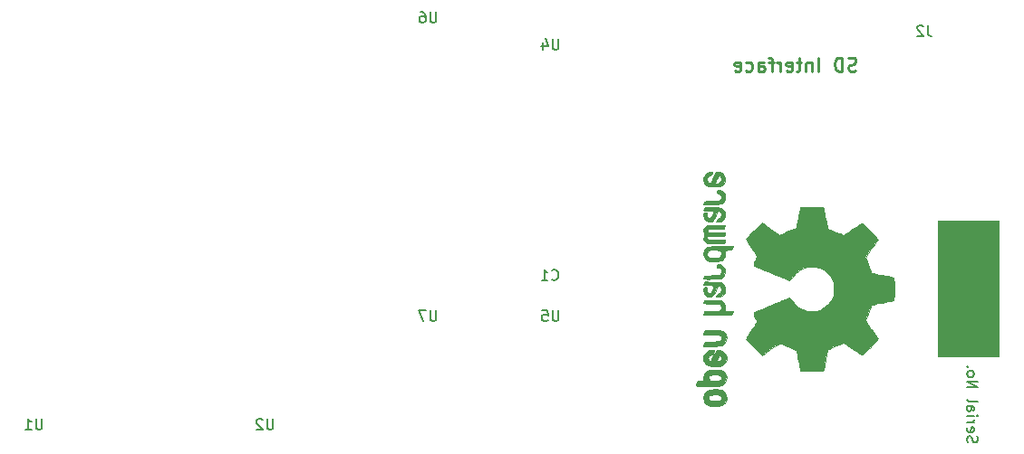
<source format=gbo>
G04 #@! TF.GenerationSoftware,KiCad,Pcbnew,(5.1.2-1)-1*
G04 #@! TF.CreationDate,2023-07-30T19:28:41+02:00*
G04 #@! TF.ProjectId,devcart32k,64657663-6172-4743-9332-6b2e6b696361,rev?*
G04 #@! TF.SameCoordinates,Original*
G04 #@! TF.FileFunction,Legend,Bot*
G04 #@! TF.FilePolarity,Positive*
%FSLAX46Y46*%
G04 Gerber Fmt 4.6, Leading zero omitted, Abs format (unit mm)*
G04 Created by KiCad (PCBNEW (5.1.2-1)-1) date 2023-07-30 19:28:41*
%MOMM*%
%LPD*%
G04 APERTURE LIST*
%ADD10C,0.150000*%
%ADD11C,0.100000*%
%ADD12C,0.010000*%
%ADD13C,0.254000*%
%ADD14C,1.626000*%
%ADD15O,1.702000X1.702000*%
%ADD16R,1.702000X1.702000*%
%ADD17O,1.802000X1.802000*%
%ADD18R,1.802000X1.802000*%
%ADD19C,1.702000*%
%ADD20O,2.102000X1.542000*%
%ADD21R,2.102000X1.542000*%
G04 APERTURE END LIST*
D10*
X163425238Y-117236428D02*
X163377619Y-117093571D01*
X163377619Y-116855476D01*
X163425238Y-116760238D01*
X163472857Y-116712619D01*
X163568095Y-116665000D01*
X163663333Y-116665000D01*
X163758571Y-116712619D01*
X163806190Y-116760238D01*
X163853809Y-116855476D01*
X163901428Y-117045952D01*
X163949047Y-117141190D01*
X163996666Y-117188809D01*
X164091904Y-117236428D01*
X164187142Y-117236428D01*
X164282380Y-117188809D01*
X164330000Y-117141190D01*
X164377619Y-117045952D01*
X164377619Y-116807857D01*
X164330000Y-116665000D01*
X163425238Y-115855476D02*
X163377619Y-115950714D01*
X163377619Y-116141190D01*
X163425238Y-116236428D01*
X163520476Y-116284047D01*
X163901428Y-116284047D01*
X163996666Y-116236428D01*
X164044285Y-116141190D01*
X164044285Y-115950714D01*
X163996666Y-115855476D01*
X163901428Y-115807857D01*
X163806190Y-115807857D01*
X163710952Y-116284047D01*
X163377619Y-115379285D02*
X164044285Y-115379285D01*
X163853809Y-115379285D02*
X163949047Y-115331666D01*
X163996666Y-115284047D01*
X164044285Y-115188809D01*
X164044285Y-115093571D01*
X163377619Y-114760238D02*
X164044285Y-114760238D01*
X164377619Y-114760238D02*
X164330000Y-114807857D01*
X164282380Y-114760238D01*
X164330000Y-114712619D01*
X164377619Y-114760238D01*
X164282380Y-114760238D01*
X163377619Y-113855476D02*
X163901428Y-113855476D01*
X163996666Y-113903095D01*
X164044285Y-113998333D01*
X164044285Y-114188809D01*
X163996666Y-114284047D01*
X163425238Y-113855476D02*
X163377619Y-113950714D01*
X163377619Y-114188809D01*
X163425238Y-114284047D01*
X163520476Y-114331666D01*
X163615714Y-114331666D01*
X163710952Y-114284047D01*
X163758571Y-114188809D01*
X163758571Y-113950714D01*
X163806190Y-113855476D01*
X163377619Y-113236428D02*
X163425238Y-113331666D01*
X163520476Y-113379285D01*
X164377619Y-113379285D01*
X163377619Y-112093571D02*
X164377619Y-112093571D01*
X163377619Y-111522142D01*
X164377619Y-111522142D01*
X163377619Y-110903095D02*
X163425238Y-110998333D01*
X163472857Y-111045952D01*
X163568095Y-111093571D01*
X163853809Y-111093571D01*
X163949047Y-111045952D01*
X163996666Y-110998333D01*
X164044285Y-110903095D01*
X164044285Y-110760238D01*
X163996666Y-110665000D01*
X163949047Y-110617380D01*
X163853809Y-110569761D01*
X163568095Y-110569761D01*
X163472857Y-110617380D01*
X163425238Y-110665000D01*
X163377619Y-110760238D01*
X163377619Y-110903095D01*
X163472857Y-110141190D02*
X163425238Y-110093571D01*
X163377619Y-110141190D01*
X163425238Y-110188809D01*
X163472857Y-110141190D01*
X163377619Y-110141190D01*
D11*
G36*
X166370000Y-109220000D02*
G01*
X160655000Y-109220000D01*
X160655000Y-96520000D01*
X166370000Y-96520000D01*
X166370000Y-109220000D01*
G37*
X166370000Y-109220000D02*
X160655000Y-109220000D01*
X160655000Y-96520000D01*
X166370000Y-96520000D01*
X166370000Y-109220000D01*
D12*
G36*
X156565003Y-102521643D02*
G01*
X156563561Y-102258323D01*
X156559658Y-102067754D01*
X156552063Y-101937655D01*
X156539550Y-101855743D01*
X156520889Y-101809734D01*
X156494852Y-101787347D01*
X156460212Y-101776298D01*
X156455728Y-101775224D01*
X156374811Y-101758441D01*
X156215158Y-101727375D01*
X155993762Y-101685258D01*
X155727615Y-101635321D01*
X155433710Y-101580797D01*
X155423388Y-101578893D01*
X155135364Y-101524277D01*
X154880885Y-101473178D01*
X154675215Y-101428894D01*
X154533615Y-101394721D01*
X154471350Y-101373957D01*
X154470247Y-101372967D01*
X154439841Y-101311801D01*
X154389172Y-101185690D01*
X154329178Y-101021869D01*
X154328858Y-101020957D01*
X154251296Y-100814612D01*
X154152493Y-100571340D01*
X154053152Y-100342031D01*
X154048240Y-100331178D01*
X153878724Y-99957683D01*
X154443505Y-99130635D01*
X154615680Y-98876923D01*
X154769605Y-98647098D01*
X154896526Y-98454475D01*
X154987691Y-98312368D01*
X155034345Y-98234093D01*
X155037805Y-98226660D01*
X155022400Y-98169776D01*
X154948073Y-98063531D01*
X154811319Y-97903781D01*
X154608632Y-97686384D01*
X154392992Y-97464452D01*
X154180497Y-97250509D01*
X153986590Y-97059031D01*
X153823246Y-96901545D01*
X153702439Y-96789578D01*
X153636145Y-96734657D01*
X153632732Y-96732614D01*
X153587239Y-96726542D01*
X153512944Y-96749416D01*
X153399814Y-96806885D01*
X153237815Y-96904601D01*
X153016914Y-97048216D01*
X152732540Y-97239667D01*
X152482241Y-97409577D01*
X152257750Y-97561462D01*
X152072100Y-97686545D01*
X151938325Y-97776051D01*
X151869458Y-97821200D01*
X151864782Y-97824042D01*
X151798799Y-97818530D01*
X151670552Y-97776745D01*
X151504280Y-97707003D01*
X151451181Y-97682146D01*
X151214623Y-97573689D01*
X150946211Y-97457980D01*
X150713965Y-97363985D01*
X150541593Y-97296255D01*
X150410597Y-97242457D01*
X150342133Y-97211369D01*
X150336858Y-97207504D01*
X150328120Y-97150329D01*
X150304177Y-97015552D01*
X150268438Y-96821094D01*
X150224311Y-96584875D01*
X150175205Y-96324816D01*
X150124528Y-96058837D01*
X150075687Y-95804857D01*
X150032091Y-95580799D01*
X149997149Y-95404580D01*
X149974268Y-95294123D01*
X149967799Y-95267030D01*
X149951833Y-95239044D01*
X149915773Y-95217919D01*
X149847448Y-95202703D01*
X149734685Y-95192447D01*
X149565314Y-95186200D01*
X149327162Y-95183012D01*
X149008058Y-95181933D01*
X148877259Y-95181877D01*
X147813489Y-95181877D01*
X147763067Y-95437337D01*
X147735727Y-95579463D01*
X147695818Y-95791550D01*
X147648155Y-96047807D01*
X147597554Y-96322442D01*
X147583656Y-96398352D01*
X147534383Y-96651779D01*
X147485930Y-96872553D01*
X147442785Y-97042143D01*
X147409437Y-97142020D01*
X147399498Y-97158657D01*
X147329109Y-97199511D01*
X147192717Y-97258087D01*
X147017195Y-97323045D01*
X146979387Y-97335929D01*
X146744970Y-97421066D01*
X146480476Y-97526744D01*
X146242959Y-97630160D01*
X146241856Y-97630670D01*
X145869267Y-97802888D01*
X145036107Y-97236476D01*
X144202947Y-96670065D01*
X143474500Y-97397298D01*
X143257698Y-97617252D01*
X143066586Y-97817868D01*
X142911364Y-97987878D01*
X142802236Y-98116015D01*
X142749405Y-98191011D01*
X142746053Y-98201769D01*
X142772451Y-98264933D01*
X142845840Y-98393820D01*
X142957516Y-98574351D01*
X143098776Y-98792446D01*
X143256973Y-99028246D01*
X143418336Y-99267564D01*
X143558748Y-99480941D01*
X143669569Y-99654825D01*
X143742162Y-99775666D01*
X143767892Y-99829737D01*
X143746120Y-99895706D01*
X143688749Y-100020802D01*
X143607700Y-100179220D01*
X143598691Y-100196013D01*
X143491700Y-100409348D01*
X143439228Y-100555636D01*
X143438670Y-100646620D01*
X143487420Y-100694041D01*
X143488103Y-100694317D01*
X143545836Y-100718020D01*
X143682885Y-100774551D01*
X143888643Y-100859526D01*
X144152502Y-100968562D01*
X144463856Y-101097276D01*
X144812096Y-101241285D01*
X145149256Y-101380749D01*
X145521334Y-101534020D01*
X145866013Y-101674749D01*
X146172729Y-101798718D01*
X146430915Y-101901709D01*
X146630006Y-101979504D01*
X146759435Y-102027886D01*
X146807739Y-102042796D01*
X146863150Y-102005406D01*
X146951462Y-101907602D01*
X147048826Y-101777185D01*
X147356747Y-101405777D01*
X147709696Y-101115470D01*
X148100239Y-100909744D01*
X148520943Y-100792077D01*
X148964371Y-100765949D01*
X149169042Y-100784940D01*
X149593677Y-100888417D01*
X149968664Y-101066627D01*
X150290304Y-101308518D01*
X150554899Y-101603037D01*
X150758750Y-101939129D01*
X150898158Y-102305742D01*
X150969426Y-102691823D01*
X150968855Y-103086319D01*
X150892746Y-103478175D01*
X150737401Y-103856340D01*
X150499121Y-104209760D01*
X150364361Y-104357273D01*
X150018321Y-104640184D01*
X149640174Y-104837168D01*
X149240945Y-104949536D01*
X148831655Y-104978599D01*
X148423328Y-104925669D01*
X148026987Y-104792057D01*
X147653655Y-104579075D01*
X147314355Y-104288034D01*
X147048826Y-103962814D01*
X146947329Y-103827348D01*
X146859975Y-103731651D01*
X146807657Y-103697203D01*
X146750602Y-103715240D01*
X146614302Y-103766538D01*
X146409322Y-103846876D01*
X146146228Y-103952036D01*
X145835584Y-104077796D01*
X145487957Y-104219937D01*
X145149174Y-104359635D01*
X144776778Y-104513759D01*
X144431693Y-104656518D01*
X144124523Y-104783529D01*
X143865875Y-104890411D01*
X143666353Y-104972780D01*
X143536565Y-105026253D01*
X143488103Y-105046067D01*
X143438871Y-105092876D01*
X143439015Y-105183417D01*
X143491123Y-105329342D01*
X143597784Y-105542302D01*
X143598691Y-105543986D01*
X143681464Y-105704330D01*
X143741758Y-105833948D01*
X143767654Y-105907037D01*
X143767892Y-105910263D01*
X143741626Y-105965284D01*
X143668584Y-106086757D01*
X143557405Y-106261129D01*
X143416727Y-106474850D01*
X143256973Y-106711753D01*
X143095221Y-106952945D01*
X142954550Y-107170326D01*
X142843665Y-107349816D01*
X142771270Y-107477336D01*
X142746053Y-107538230D01*
X142779197Y-107594303D01*
X142871827Y-107707040D01*
X143013743Y-107865177D01*
X143194745Y-108057449D01*
X143404631Y-108272591D01*
X143474751Y-108342952D01*
X144203448Y-109070434D01*
X145016100Y-108516705D01*
X145265658Y-108348423D01*
X145489634Y-108200729D01*
X145675051Y-108081910D01*
X145808935Y-108000250D01*
X145878310Y-107964036D01*
X145883245Y-107962975D01*
X145948636Y-107982067D01*
X146080175Y-108033418D01*
X146255819Y-108108140D01*
X146373409Y-108160588D01*
X146598539Y-108258654D01*
X146825985Y-108351007D01*
X147018161Y-108422606D01*
X147076705Y-108442056D01*
X147233044Y-108497314D01*
X147353842Y-108551331D01*
X147399498Y-108581001D01*
X147427439Y-108646476D01*
X147467049Y-108789376D01*
X147513838Y-108991161D01*
X147563317Y-109233288D01*
X147583656Y-109341647D01*
X147634219Y-109616811D01*
X147683178Y-109880746D01*
X147725719Y-110107659D01*
X147757025Y-110271761D01*
X147763067Y-110302662D01*
X147813489Y-110558122D01*
X148877259Y-110558122D01*
X149227050Y-110557548D01*
X149491700Y-110555193D01*
X149683378Y-110550107D01*
X149814256Y-110541339D01*
X149896507Y-110527938D01*
X149942302Y-110508954D01*
X149963812Y-110483438D01*
X149967799Y-110472969D01*
X149981944Y-110409826D01*
X150010166Y-110270325D01*
X150049057Y-110072389D01*
X150095208Y-109833935D01*
X150145212Y-109572886D01*
X150195659Y-109307161D01*
X150243142Y-109054681D01*
X150284252Y-108833365D01*
X150315581Y-108661134D01*
X150333722Y-108555908D01*
X150336858Y-108532495D01*
X150378827Y-108511284D01*
X150490630Y-108464332D01*
X150651112Y-108400419D01*
X150713965Y-108376014D01*
X150956797Y-108277580D01*
X151225082Y-108161666D01*
X151451181Y-108057853D01*
X151624065Y-107981465D01*
X151766123Y-107930644D01*
X151853122Y-107913679D01*
X151864782Y-107916384D01*
X151919830Y-107952239D01*
X152042261Y-108034108D01*
X152219038Y-108153205D01*
X152437123Y-108300742D01*
X152683480Y-108467931D01*
X152732109Y-108500990D01*
X153020227Y-108694980D01*
X153239623Y-108837579D01*
X153400398Y-108934473D01*
X153512654Y-108991346D01*
X153586490Y-109013884D01*
X153632010Y-109007772D01*
X153632300Y-109007616D01*
X153692090Y-108959511D01*
X153807681Y-108853111D01*
X153967091Y-108699948D01*
X154158335Y-108511555D01*
X154369432Y-108299465D01*
X154392992Y-108275547D01*
X154651828Y-108008262D01*
X154841883Y-107801992D01*
X154966663Y-107652592D01*
X155029673Y-107555920D01*
X155037805Y-107513339D01*
X155002328Y-107451196D01*
X154920377Y-107322237D01*
X154800708Y-107139778D01*
X154652074Y-106917133D01*
X154483228Y-106667616D01*
X154443505Y-106609364D01*
X153878724Y-105782316D01*
X154048240Y-105408821D01*
X154147029Y-105181684D01*
X154246383Y-104937872D01*
X154325599Y-104728275D01*
X154328858Y-104719042D01*
X154388871Y-104555095D01*
X154439618Y-104428715D01*
X154470159Y-104367137D01*
X154470247Y-104367032D01*
X154525452Y-104347493D01*
X154661221Y-104314279D01*
X154862291Y-104270687D01*
X155113401Y-104220016D01*
X155399287Y-104165561D01*
X155423388Y-104161106D01*
X155717941Y-104106482D01*
X155985316Y-104056336D01*
X156208520Y-104013898D01*
X156370561Y-103982402D01*
X156454447Y-103965077D01*
X156455728Y-103964775D01*
X156491412Y-103954232D01*
X156518354Y-103933731D01*
X156537782Y-103890989D01*
X156550925Y-103813724D01*
X156559011Y-103689652D01*
X156563268Y-103506491D01*
X156564925Y-103251958D01*
X156565210Y-102913769D01*
X156565210Y-102870000D01*
X156565003Y-102521643D01*
X156565003Y-102521643D01*
G37*
X156565003Y-102521643D02*
X156563561Y-102258323D01*
X156559658Y-102067754D01*
X156552063Y-101937655D01*
X156539550Y-101855743D01*
X156520889Y-101809734D01*
X156494852Y-101787347D01*
X156460212Y-101776298D01*
X156455728Y-101775224D01*
X156374811Y-101758441D01*
X156215158Y-101727375D01*
X155993762Y-101685258D01*
X155727615Y-101635321D01*
X155433710Y-101580797D01*
X155423388Y-101578893D01*
X155135364Y-101524277D01*
X154880885Y-101473178D01*
X154675215Y-101428894D01*
X154533615Y-101394721D01*
X154471350Y-101373957D01*
X154470247Y-101372967D01*
X154439841Y-101311801D01*
X154389172Y-101185690D01*
X154329178Y-101021869D01*
X154328858Y-101020957D01*
X154251296Y-100814612D01*
X154152493Y-100571340D01*
X154053152Y-100342031D01*
X154048240Y-100331178D01*
X153878724Y-99957683D01*
X154443505Y-99130635D01*
X154615680Y-98876923D01*
X154769605Y-98647098D01*
X154896526Y-98454475D01*
X154987691Y-98312368D01*
X155034345Y-98234093D01*
X155037805Y-98226660D01*
X155022400Y-98169776D01*
X154948073Y-98063531D01*
X154811319Y-97903781D01*
X154608632Y-97686384D01*
X154392992Y-97464452D01*
X154180497Y-97250509D01*
X153986590Y-97059031D01*
X153823246Y-96901545D01*
X153702439Y-96789578D01*
X153636145Y-96734657D01*
X153632732Y-96732614D01*
X153587239Y-96726542D01*
X153512944Y-96749416D01*
X153399814Y-96806885D01*
X153237815Y-96904601D01*
X153016914Y-97048216D01*
X152732540Y-97239667D01*
X152482241Y-97409577D01*
X152257750Y-97561462D01*
X152072100Y-97686545D01*
X151938325Y-97776051D01*
X151869458Y-97821200D01*
X151864782Y-97824042D01*
X151798799Y-97818530D01*
X151670552Y-97776745D01*
X151504280Y-97707003D01*
X151451181Y-97682146D01*
X151214623Y-97573689D01*
X150946211Y-97457980D01*
X150713965Y-97363985D01*
X150541593Y-97296255D01*
X150410597Y-97242457D01*
X150342133Y-97211369D01*
X150336858Y-97207504D01*
X150328120Y-97150329D01*
X150304177Y-97015552D01*
X150268438Y-96821094D01*
X150224311Y-96584875D01*
X150175205Y-96324816D01*
X150124528Y-96058837D01*
X150075687Y-95804857D01*
X150032091Y-95580799D01*
X149997149Y-95404580D01*
X149974268Y-95294123D01*
X149967799Y-95267030D01*
X149951833Y-95239044D01*
X149915773Y-95217919D01*
X149847448Y-95202703D01*
X149734685Y-95192447D01*
X149565314Y-95186200D01*
X149327162Y-95183012D01*
X149008058Y-95181933D01*
X148877259Y-95181877D01*
X147813489Y-95181877D01*
X147763067Y-95437337D01*
X147735727Y-95579463D01*
X147695818Y-95791550D01*
X147648155Y-96047807D01*
X147597554Y-96322442D01*
X147583656Y-96398352D01*
X147534383Y-96651779D01*
X147485930Y-96872553D01*
X147442785Y-97042143D01*
X147409437Y-97142020D01*
X147399498Y-97158657D01*
X147329109Y-97199511D01*
X147192717Y-97258087D01*
X147017195Y-97323045D01*
X146979387Y-97335929D01*
X146744970Y-97421066D01*
X146480476Y-97526744D01*
X146242959Y-97630160D01*
X146241856Y-97630670D01*
X145869267Y-97802888D01*
X145036107Y-97236476D01*
X144202947Y-96670065D01*
X143474500Y-97397298D01*
X143257698Y-97617252D01*
X143066586Y-97817868D01*
X142911364Y-97987878D01*
X142802236Y-98116015D01*
X142749405Y-98191011D01*
X142746053Y-98201769D01*
X142772451Y-98264933D01*
X142845840Y-98393820D01*
X142957516Y-98574351D01*
X143098776Y-98792446D01*
X143256973Y-99028246D01*
X143418336Y-99267564D01*
X143558748Y-99480941D01*
X143669569Y-99654825D01*
X143742162Y-99775666D01*
X143767892Y-99829737D01*
X143746120Y-99895706D01*
X143688749Y-100020802D01*
X143607700Y-100179220D01*
X143598691Y-100196013D01*
X143491700Y-100409348D01*
X143439228Y-100555636D01*
X143438670Y-100646620D01*
X143487420Y-100694041D01*
X143488103Y-100694317D01*
X143545836Y-100718020D01*
X143682885Y-100774551D01*
X143888643Y-100859526D01*
X144152502Y-100968562D01*
X144463856Y-101097276D01*
X144812096Y-101241285D01*
X145149256Y-101380749D01*
X145521334Y-101534020D01*
X145866013Y-101674749D01*
X146172729Y-101798718D01*
X146430915Y-101901709D01*
X146630006Y-101979504D01*
X146759435Y-102027886D01*
X146807739Y-102042796D01*
X146863150Y-102005406D01*
X146951462Y-101907602D01*
X147048826Y-101777185D01*
X147356747Y-101405777D01*
X147709696Y-101115470D01*
X148100239Y-100909744D01*
X148520943Y-100792077D01*
X148964371Y-100765949D01*
X149169042Y-100784940D01*
X149593677Y-100888417D01*
X149968664Y-101066627D01*
X150290304Y-101308518D01*
X150554899Y-101603037D01*
X150758750Y-101939129D01*
X150898158Y-102305742D01*
X150969426Y-102691823D01*
X150968855Y-103086319D01*
X150892746Y-103478175D01*
X150737401Y-103856340D01*
X150499121Y-104209760D01*
X150364361Y-104357273D01*
X150018321Y-104640184D01*
X149640174Y-104837168D01*
X149240945Y-104949536D01*
X148831655Y-104978599D01*
X148423328Y-104925669D01*
X148026987Y-104792057D01*
X147653655Y-104579075D01*
X147314355Y-104288034D01*
X147048826Y-103962814D01*
X146947329Y-103827348D01*
X146859975Y-103731651D01*
X146807657Y-103697203D01*
X146750602Y-103715240D01*
X146614302Y-103766538D01*
X146409322Y-103846876D01*
X146146228Y-103952036D01*
X145835584Y-104077796D01*
X145487957Y-104219937D01*
X145149174Y-104359635D01*
X144776778Y-104513759D01*
X144431693Y-104656518D01*
X144124523Y-104783529D01*
X143865875Y-104890411D01*
X143666353Y-104972780D01*
X143536565Y-105026253D01*
X143488103Y-105046067D01*
X143438871Y-105092876D01*
X143439015Y-105183417D01*
X143491123Y-105329342D01*
X143597784Y-105542302D01*
X143598691Y-105543986D01*
X143681464Y-105704330D01*
X143741758Y-105833948D01*
X143767654Y-105907037D01*
X143767892Y-105910263D01*
X143741626Y-105965284D01*
X143668584Y-106086757D01*
X143557405Y-106261129D01*
X143416727Y-106474850D01*
X143256973Y-106711753D01*
X143095221Y-106952945D01*
X142954550Y-107170326D01*
X142843665Y-107349816D01*
X142771270Y-107477336D01*
X142746053Y-107538230D01*
X142779197Y-107594303D01*
X142871827Y-107707040D01*
X143013743Y-107865177D01*
X143194745Y-108057449D01*
X143404631Y-108272591D01*
X143474751Y-108342952D01*
X144203448Y-109070434D01*
X145016100Y-108516705D01*
X145265658Y-108348423D01*
X145489634Y-108200729D01*
X145675051Y-108081910D01*
X145808935Y-108000250D01*
X145878310Y-107964036D01*
X145883245Y-107962975D01*
X145948636Y-107982067D01*
X146080175Y-108033418D01*
X146255819Y-108108140D01*
X146373409Y-108160588D01*
X146598539Y-108258654D01*
X146825985Y-108351007D01*
X147018161Y-108422606D01*
X147076705Y-108442056D01*
X147233044Y-108497314D01*
X147353842Y-108551331D01*
X147399498Y-108581001D01*
X147427439Y-108646476D01*
X147467049Y-108789376D01*
X147513838Y-108991161D01*
X147563317Y-109233288D01*
X147583656Y-109341647D01*
X147634219Y-109616811D01*
X147683178Y-109880746D01*
X147725719Y-110107659D01*
X147757025Y-110271761D01*
X147763067Y-110302662D01*
X147813489Y-110558122D01*
X148877259Y-110558122D01*
X149227050Y-110557548D01*
X149491700Y-110555193D01*
X149683378Y-110550107D01*
X149814256Y-110541339D01*
X149896507Y-110527938D01*
X149942302Y-110508954D01*
X149963812Y-110483438D01*
X149967799Y-110472969D01*
X149981944Y-110409826D01*
X150010166Y-110270325D01*
X150049057Y-110072389D01*
X150095208Y-109833935D01*
X150145212Y-109572886D01*
X150195659Y-109307161D01*
X150243142Y-109054681D01*
X150284252Y-108833365D01*
X150315581Y-108661134D01*
X150333722Y-108555908D01*
X150336858Y-108532495D01*
X150378827Y-108511284D01*
X150490630Y-108464332D01*
X150651112Y-108400419D01*
X150713965Y-108376014D01*
X150956797Y-108277580D01*
X151225082Y-108161666D01*
X151451181Y-108057853D01*
X151624065Y-107981465D01*
X151766123Y-107930644D01*
X151853122Y-107913679D01*
X151864782Y-107916384D01*
X151919830Y-107952239D01*
X152042261Y-108034108D01*
X152219038Y-108153205D01*
X152437123Y-108300742D01*
X152683480Y-108467931D01*
X152732109Y-108500990D01*
X153020227Y-108694980D01*
X153239623Y-108837579D01*
X153400398Y-108934473D01*
X153512654Y-108991346D01*
X153586490Y-109013884D01*
X153632010Y-109007772D01*
X153632300Y-109007616D01*
X153692090Y-108959511D01*
X153807681Y-108853111D01*
X153967091Y-108699948D01*
X154158335Y-108511555D01*
X154369432Y-108299465D01*
X154392992Y-108275547D01*
X154651828Y-108008262D01*
X154841883Y-107801992D01*
X154966663Y-107652592D01*
X155029673Y-107555920D01*
X155037805Y-107513339D01*
X155002328Y-107451196D01*
X154920377Y-107322237D01*
X154800708Y-107139778D01*
X154652074Y-106917133D01*
X154483228Y-106667616D01*
X154443505Y-106609364D01*
X153878724Y-105782316D01*
X154048240Y-105408821D01*
X154147029Y-105181684D01*
X154246383Y-104937872D01*
X154325599Y-104728275D01*
X154328858Y-104719042D01*
X154388871Y-104555095D01*
X154439618Y-104428715D01*
X154470159Y-104367137D01*
X154470247Y-104367032D01*
X154525452Y-104347493D01*
X154661221Y-104314279D01*
X154862291Y-104270687D01*
X155113401Y-104220016D01*
X155399287Y-104165561D01*
X155423388Y-104161106D01*
X155717941Y-104106482D01*
X155985316Y-104056336D01*
X156208520Y-104013898D01*
X156370561Y-103982402D01*
X156454447Y-103965077D01*
X156455728Y-103964775D01*
X156491412Y-103954232D01*
X156518354Y-103933731D01*
X156537782Y-103890989D01*
X156550925Y-103813724D01*
X156559011Y-103689652D01*
X156563268Y-103506491D01*
X156564925Y-103251958D01*
X156565210Y-102913769D01*
X156565210Y-102870000D01*
X156565003Y-102521643D01*
G36*
X140725767Y-92297601D02*
G01*
X140599943Y-92105083D01*
X140487304Y-92012226D01*
X140282908Y-91938660D01*
X140121170Y-91932817D01*
X139904906Y-91946053D01*
X139686602Y-92444808D01*
X139575070Y-92687315D01*
X139485350Y-92845771D01*
X139407639Y-92928164D01*
X139332133Y-92942482D01*
X139249029Y-92896713D01*
X139193946Y-92846245D01*
X139105611Y-92699395D01*
X139099421Y-92539672D01*
X139168265Y-92392980D01*
X139305028Y-92285219D01*
X139353320Y-92265945D01*
X139504152Y-92173624D01*
X139568433Y-92067412D01*
X139623424Y-91921724D01*
X139414943Y-91921724D01*
X139273074Y-91934604D01*
X139153437Y-91985057D01*
X139016073Y-92090803D01*
X138998223Y-92106520D01*
X138876014Y-92224145D01*
X138810430Y-92325254D01*
X138780258Y-92451750D01*
X138770377Y-92556616D01*
X138767915Y-92744189D01*
X138799108Y-92877716D01*
X138845421Y-92961017D01*
X138947265Y-93091937D01*
X139057409Y-93182561D01*
X139195931Y-93239913D01*
X139382910Y-93271020D01*
X139638423Y-93282906D01*
X139768106Y-93283855D01*
X139923579Y-93280629D01*
X139923579Y-92986834D01*
X139840173Y-92983427D01*
X139826513Y-92974934D01*
X139845069Y-92918890D01*
X139894178Y-92798282D01*
X139963998Y-92637087D01*
X139979005Y-92603378D01*
X140082596Y-92399661D01*
X140173641Y-92287421D01*
X140258919Y-92262753D01*
X140345206Y-92321755D01*
X140383333Y-92370482D01*
X140459583Y-92546306D01*
X140446986Y-92710873D01*
X140353914Y-92848646D01*
X140188744Y-92944087D01*
X140057643Y-92974686D01*
X139923579Y-92986834D01*
X139923579Y-93280629D01*
X140071081Y-93277568D01*
X140295244Y-93254401D01*
X140458474Y-93208510D01*
X140578648Y-93134046D01*
X140673645Y-93025164D01*
X140704345Y-92977695D01*
X140784297Y-92762062D01*
X140789328Y-92525979D01*
X140725767Y-92297601D01*
X140725767Y-92297601D01*
G37*
X140725767Y-92297601D02*
X140599943Y-92105083D01*
X140487304Y-92012226D01*
X140282908Y-91938660D01*
X140121170Y-91932817D01*
X139904906Y-91946053D01*
X139686602Y-92444808D01*
X139575070Y-92687315D01*
X139485350Y-92845771D01*
X139407639Y-92928164D01*
X139332133Y-92942482D01*
X139249029Y-92896713D01*
X139193946Y-92846245D01*
X139105611Y-92699395D01*
X139099421Y-92539672D01*
X139168265Y-92392980D01*
X139305028Y-92285219D01*
X139353320Y-92265945D01*
X139504152Y-92173624D01*
X139568433Y-92067412D01*
X139623424Y-91921724D01*
X139414943Y-91921724D01*
X139273074Y-91934604D01*
X139153437Y-91985057D01*
X139016073Y-92090803D01*
X138998223Y-92106520D01*
X138876014Y-92224145D01*
X138810430Y-92325254D01*
X138780258Y-92451750D01*
X138770377Y-92556616D01*
X138767915Y-92744189D01*
X138799108Y-92877716D01*
X138845421Y-92961017D01*
X138947265Y-93091937D01*
X139057409Y-93182561D01*
X139195931Y-93239913D01*
X139382910Y-93271020D01*
X139638423Y-93282906D01*
X139768106Y-93283855D01*
X139923579Y-93280629D01*
X139923579Y-92986834D01*
X139840173Y-92983427D01*
X139826513Y-92974934D01*
X139845069Y-92918890D01*
X139894178Y-92798282D01*
X139963998Y-92637087D01*
X139979005Y-92603378D01*
X140082596Y-92399661D01*
X140173641Y-92287421D01*
X140258919Y-92262753D01*
X140345206Y-92321755D01*
X140383333Y-92370482D01*
X140459583Y-92546306D01*
X140446986Y-92710873D01*
X140353914Y-92848646D01*
X140188744Y-92944087D01*
X140057643Y-92974686D01*
X139923579Y-92986834D01*
X139923579Y-93280629D01*
X140071081Y-93277568D01*
X140295244Y-93254401D01*
X140458474Y-93208510D01*
X140578648Y-93134046D01*
X140673645Y-93025164D01*
X140704345Y-92977695D01*
X140784297Y-92762062D01*
X140789328Y-92525979D01*
X140725767Y-92297601D01*
G36*
X140753303Y-93977184D02*
G01*
X140727884Y-93919024D01*
X140617941Y-93780205D01*
X140458970Y-93661495D01*
X140289323Y-93588079D01*
X140205687Y-93576130D01*
X140088922Y-93616191D01*
X140027138Y-93704065D01*
X139989727Y-93798282D01*
X139982833Y-93841423D01*
X140032862Y-93862429D01*
X140141731Y-93903910D01*
X140190924Y-93922108D01*
X140361087Y-94024152D01*
X140445962Y-94171897D01*
X140443352Y-94361345D01*
X140440009Y-94375377D01*
X140392055Y-94476519D01*
X140298568Y-94550876D01*
X140148061Y-94601662D01*
X139929049Y-94632092D01*
X139630044Y-94645382D01*
X139470944Y-94646628D01*
X139220145Y-94647246D01*
X139049175Y-94651295D01*
X138940546Y-94662067D01*
X138876770Y-94682853D01*
X138840357Y-94716945D01*
X138813821Y-94767635D01*
X138812485Y-94770565D01*
X138771213Y-94868182D01*
X138756015Y-94916542D01*
X138801963Y-94923973D01*
X138928966Y-94930334D01*
X139120765Y-94935168D01*
X139361098Y-94938015D01*
X139536976Y-94938582D01*
X139877312Y-94935687D01*
X140135505Y-94924363D01*
X140326626Y-94900654D01*
X140465747Y-94860603D01*
X140567940Y-94800253D01*
X140648276Y-94715647D01*
X140704345Y-94632101D01*
X140778968Y-94431209D01*
X140795798Y-94197404D01*
X140753303Y-93977184D01*
X140753303Y-93977184D01*
G37*
X140753303Y-93977184D02*
X140727884Y-93919024D01*
X140617941Y-93780205D01*
X140458970Y-93661495D01*
X140289323Y-93588079D01*
X140205687Y-93576130D01*
X140088922Y-93616191D01*
X140027138Y-93704065D01*
X139989727Y-93798282D01*
X139982833Y-93841423D01*
X140032862Y-93862429D01*
X140141731Y-93903910D01*
X140190924Y-93922108D01*
X140361087Y-94024152D01*
X140445962Y-94171897D01*
X140443352Y-94361345D01*
X140440009Y-94375377D01*
X140392055Y-94476519D01*
X140298568Y-94550876D01*
X140148061Y-94601662D01*
X139929049Y-94632092D01*
X139630044Y-94645382D01*
X139470944Y-94646628D01*
X139220145Y-94647246D01*
X139049175Y-94651295D01*
X138940546Y-94662067D01*
X138876770Y-94682853D01*
X138840357Y-94716945D01*
X138813821Y-94767635D01*
X138812485Y-94770565D01*
X138771213Y-94868182D01*
X138756015Y-94916542D01*
X138801963Y-94923973D01*
X138928966Y-94930334D01*
X139120765Y-94935168D01*
X139361098Y-94938015D01*
X139536976Y-94938582D01*
X139877312Y-94935687D01*
X140135505Y-94924363D01*
X140326626Y-94900654D01*
X140465747Y-94860603D01*
X140567940Y-94800253D01*
X140648276Y-94715647D01*
X140704345Y-94632101D01*
X140778968Y-94431209D01*
X140795798Y-94197404D01*
X140753303Y-93977184D01*
G36*
X140761406Y-95679322D02*
G01*
X140697677Y-95539218D01*
X140620457Y-95429250D01*
X140534113Y-95348676D01*
X140422728Y-95293046D01*
X140270384Y-95257911D01*
X140061165Y-95238821D01*
X139779154Y-95231328D01*
X139593445Y-95230536D01*
X138868954Y-95230536D01*
X138812485Y-95354473D01*
X138771213Y-95452090D01*
X138756015Y-95500450D01*
X138801238Y-95509702D01*
X138923176Y-95517042D01*
X139101228Y-95521536D01*
X139242605Y-95522490D01*
X139446854Y-95526590D01*
X139608887Y-95537646D01*
X139708109Y-95553789D01*
X139729195Y-95566613D01*
X139707662Y-95652814D01*
X139652434Y-95788138D01*
X139577564Y-95944830D01*
X139497108Y-96095137D01*
X139425120Y-96211307D01*
X139375654Y-96265587D01*
X139375119Y-96265802D01*
X139283572Y-96261133D01*
X139196180Y-96219268D01*
X139125198Y-96145765D01*
X139101457Y-96038484D01*
X139104223Y-95946798D01*
X139106259Y-95816942D01*
X139075836Y-95748779D01*
X138995457Y-95707841D01*
X138980300Y-95702679D01*
X138865669Y-95684933D01*
X138796066Y-95732391D01*
X138762895Y-95856093D01*
X138756760Y-95989719D01*
X138802237Y-96230183D01*
X138867183Y-96354662D01*
X139019754Y-96508395D01*
X139207029Y-96589927D01*
X139404915Y-96597244D01*
X139589315Y-96528331D01*
X139704866Y-96424672D01*
X139769558Y-96321177D01*
X139851458Y-96158508D01*
X139934514Y-95968946D01*
X139947205Y-95937350D01*
X140039092Y-95729131D01*
X140120077Y-95609102D01*
X140200587Y-95570499D01*
X140291050Y-95606560D01*
X140361762Y-95668467D01*
X140448830Y-95814787D01*
X140455360Y-95975783D01*
X140388265Y-96123427D01*
X140254456Y-96229690D01*
X140219933Y-96243638D01*
X140092958Y-96324840D01*
X139998691Y-96443392D01*
X139921332Y-96592988D01*
X140140693Y-96592988D01*
X140274720Y-96584183D01*
X140380356Y-96546430D01*
X140493061Y-96462721D01*
X140579873Y-96382364D01*
X140702796Y-96257409D01*
X140768829Y-96160323D01*
X140795316Y-96056046D01*
X140799693Y-95938011D01*
X140761406Y-95679322D01*
X140761406Y-95679322D01*
G37*
X140761406Y-95679322D02*
X140697677Y-95539218D01*
X140620457Y-95429250D01*
X140534113Y-95348676D01*
X140422728Y-95293046D01*
X140270384Y-95257911D01*
X140061165Y-95238821D01*
X139779154Y-95231328D01*
X139593445Y-95230536D01*
X138868954Y-95230536D01*
X138812485Y-95354473D01*
X138771213Y-95452090D01*
X138756015Y-95500450D01*
X138801238Y-95509702D01*
X138923176Y-95517042D01*
X139101228Y-95521536D01*
X139242605Y-95522490D01*
X139446854Y-95526590D01*
X139608887Y-95537646D01*
X139708109Y-95553789D01*
X139729195Y-95566613D01*
X139707662Y-95652814D01*
X139652434Y-95788138D01*
X139577564Y-95944830D01*
X139497108Y-96095137D01*
X139425120Y-96211307D01*
X139375654Y-96265587D01*
X139375119Y-96265802D01*
X139283572Y-96261133D01*
X139196180Y-96219268D01*
X139125198Y-96145765D01*
X139101457Y-96038484D01*
X139104223Y-95946798D01*
X139106259Y-95816942D01*
X139075836Y-95748779D01*
X138995457Y-95707841D01*
X138980300Y-95702679D01*
X138865669Y-95684933D01*
X138796066Y-95732391D01*
X138762895Y-95856093D01*
X138756760Y-95989719D01*
X138802237Y-96230183D01*
X138867183Y-96354662D01*
X139019754Y-96508395D01*
X139207029Y-96589927D01*
X139404915Y-96597244D01*
X139589315Y-96528331D01*
X139704866Y-96424672D01*
X139769558Y-96321177D01*
X139851458Y-96158508D01*
X139934514Y-95968946D01*
X139947205Y-95937350D01*
X140039092Y-95729131D01*
X140120077Y-95609102D01*
X140200587Y-95570499D01*
X140291050Y-95606560D01*
X140361762Y-95668467D01*
X140448830Y-95814787D01*
X140455360Y-95975783D01*
X140388265Y-96123427D01*
X140254456Y-96229690D01*
X140219933Y-96243638D01*
X140092958Y-96324840D01*
X139998691Y-96443392D01*
X139921332Y-96592988D01*
X140140693Y-96592988D01*
X140274720Y-96584183D01*
X140380356Y-96546430D01*
X140493061Y-96462721D01*
X140579873Y-96382364D01*
X140702796Y-96257409D01*
X140768829Y-96160323D01*
X140795316Y-96056046D01*
X140799693Y-95938011D01*
X140761406Y-95679322D01*
G36*
X140753600Y-96903127D02*
G01*
X140625578Y-96895701D01*
X140431015Y-96889882D01*
X140185298Y-96886141D01*
X139927574Y-96884942D01*
X139055455Y-96884942D01*
X138901472Y-97038925D01*
X138806588Y-97145037D01*
X138768155Y-97238184D01*
X138770587Y-97365496D01*
X138776777Y-97416032D01*
X138794790Y-97573983D01*
X138805112Y-97704629D01*
X138806065Y-97736475D01*
X138799829Y-97843834D01*
X138784176Y-97997381D01*
X138776777Y-98056917D01*
X138765332Y-98203143D01*
X138790192Y-98301411D01*
X138866942Y-98398850D01*
X138901472Y-98434024D01*
X139055455Y-98588007D01*
X140686754Y-98588007D01*
X140743224Y-98464070D01*
X140785050Y-98357350D01*
X140799693Y-98294913D01*
X140753417Y-98278904D01*
X140624116Y-98263942D01*
X140426086Y-98251022D01*
X140173620Y-98241143D01*
X139960325Y-98236378D01*
X139120958Y-98223065D01*
X139104536Y-98106920D01*
X139116018Y-98001284D01*
X139153195Y-97949523D01*
X139222702Y-97935055D01*
X139370760Y-97922702D01*
X139578609Y-97913448D01*
X139827488Y-97908272D01*
X139955565Y-97907526D01*
X140692855Y-97906781D01*
X140746274Y-97753543D01*
X140782594Y-97645084D01*
X140799532Y-97586087D01*
X140799693Y-97584386D01*
X140753651Y-97578467D01*
X140625982Y-97571961D01*
X140432368Y-97565414D01*
X140188493Y-97559373D01*
X139960325Y-97555152D01*
X139120958Y-97541839D01*
X139120958Y-97249885D01*
X139886725Y-97236487D01*
X140652492Y-97223090D01*
X140726092Y-97080762D01*
X140776634Y-96975678D01*
X140799569Y-96913483D01*
X140799693Y-96911688D01*
X140753600Y-96903127D01*
X140753600Y-96903127D01*
G37*
X140753600Y-96903127D02*
X140625578Y-96895701D01*
X140431015Y-96889882D01*
X140185298Y-96886141D01*
X139927574Y-96884942D01*
X139055455Y-96884942D01*
X138901472Y-97038925D01*
X138806588Y-97145037D01*
X138768155Y-97238184D01*
X138770587Y-97365496D01*
X138776777Y-97416032D01*
X138794790Y-97573983D01*
X138805112Y-97704629D01*
X138806065Y-97736475D01*
X138799829Y-97843834D01*
X138784176Y-97997381D01*
X138776777Y-98056917D01*
X138765332Y-98203143D01*
X138790192Y-98301411D01*
X138866942Y-98398850D01*
X138901472Y-98434024D01*
X139055455Y-98588007D01*
X140686754Y-98588007D01*
X140743224Y-98464070D01*
X140785050Y-98357350D01*
X140799693Y-98294913D01*
X140753417Y-98278904D01*
X140624116Y-98263942D01*
X140426086Y-98251022D01*
X140173620Y-98241143D01*
X139960325Y-98236378D01*
X139120958Y-98223065D01*
X139104536Y-98106920D01*
X139116018Y-98001284D01*
X139153195Y-97949523D01*
X139222702Y-97935055D01*
X139370760Y-97922702D01*
X139578609Y-97913448D01*
X139827488Y-97908272D01*
X139955565Y-97907526D01*
X140692855Y-97906781D01*
X140746274Y-97753543D01*
X140782594Y-97645084D01*
X140799532Y-97586087D01*
X140799693Y-97584386D01*
X140753651Y-97578467D01*
X140625982Y-97571961D01*
X140432368Y-97565414D01*
X140188493Y-97559373D01*
X139960325Y-97555152D01*
X139120958Y-97541839D01*
X139120958Y-97249885D01*
X139886725Y-97236487D01*
X140652492Y-97223090D01*
X140726092Y-97080762D01*
X140776634Y-96975678D01*
X140799569Y-96913483D01*
X140799693Y-96911688D01*
X140753600Y-96903127D01*
G36*
X140395907Y-98880143D02*
G01*
X140032231Y-98880761D01*
X139752468Y-98883153D01*
X139543216Y-98888329D01*
X139391074Y-98897296D01*
X139282641Y-98911064D01*
X139204515Y-98930639D01*
X139143293Y-98957032D01*
X139108348Y-98977016D01*
X138918843Y-99142517D01*
X138800058Y-99352352D01*
X138757436Y-99584514D01*
X138796417Y-99816992D01*
X138866468Y-99955428D01*
X138987647Y-100100758D01*
X139135646Y-100199805D01*
X139329466Y-100259565D01*
X139588108Y-100287031D01*
X139777854Y-100290921D01*
X139791490Y-100290397D01*
X139791490Y-99950459D01*
X139573904Y-99948383D01*
X139429866Y-99938870D01*
X139335636Y-99916992D01*
X139267477Y-99877824D01*
X139216064Y-99831024D01*
X139116825Y-99673854D01*
X139108347Y-99505100D01*
X139191201Y-99345607D01*
X139202428Y-99333193D01*
X139260829Y-99280209D01*
X139330314Y-99246986D01*
X139433730Y-99229000D01*
X139593927Y-99221725D01*
X139771035Y-99220574D01*
X139993533Y-99223068D01*
X140141963Y-99233392D01*
X140239511Y-99255809D01*
X140309363Y-99294582D01*
X140346461Y-99326374D01*
X140440025Y-99474061D01*
X140451275Y-99644154D01*
X140379810Y-99806508D01*
X140353280Y-99837840D01*
X140294364Y-99891178D01*
X140224163Y-99924469D01*
X140119582Y-99942344D01*
X139957521Y-99949434D01*
X139791490Y-99950459D01*
X139791490Y-100290397D01*
X140083421Y-100279160D01*
X140313007Y-100239213D01*
X140485613Y-100164087D01*
X140620240Y-100046786D01*
X140689241Y-99955428D01*
X140763786Y-99789373D01*
X140798387Y-99596908D01*
X140789125Y-99418001D01*
X140751762Y-99317892D01*
X140741128Y-99278607D01*
X140780775Y-99252539D01*
X140887019Y-99234342D01*
X141048855Y-99220574D01*
X141229098Y-99205501D01*
X141337542Y-99184564D01*
X141399554Y-99146468D01*
X141440501Y-99079915D01*
X141458634Y-99038103D01*
X141524880Y-98879961D01*
X140395907Y-98880143D01*
X140395907Y-98880143D01*
G37*
X140395907Y-98880143D02*
X140032231Y-98880761D01*
X139752468Y-98883153D01*
X139543216Y-98888329D01*
X139391074Y-98897296D01*
X139282641Y-98911064D01*
X139204515Y-98930639D01*
X139143293Y-98957032D01*
X139108348Y-98977016D01*
X138918843Y-99142517D01*
X138800058Y-99352352D01*
X138757436Y-99584514D01*
X138796417Y-99816992D01*
X138866468Y-99955428D01*
X138987647Y-100100758D01*
X139135646Y-100199805D01*
X139329466Y-100259565D01*
X139588108Y-100287031D01*
X139777854Y-100290921D01*
X139791490Y-100290397D01*
X139791490Y-99950459D01*
X139573904Y-99948383D01*
X139429866Y-99938870D01*
X139335636Y-99916992D01*
X139267477Y-99877824D01*
X139216064Y-99831024D01*
X139116825Y-99673854D01*
X139108347Y-99505100D01*
X139191201Y-99345607D01*
X139202428Y-99333193D01*
X139260829Y-99280209D01*
X139330314Y-99246986D01*
X139433730Y-99229000D01*
X139593927Y-99221725D01*
X139771035Y-99220574D01*
X139993533Y-99223068D01*
X140141963Y-99233392D01*
X140239511Y-99255809D01*
X140309363Y-99294582D01*
X140346461Y-99326374D01*
X140440025Y-99474061D01*
X140451275Y-99644154D01*
X140379810Y-99806508D01*
X140353280Y-99837840D01*
X140294364Y-99891178D01*
X140224163Y-99924469D01*
X140119582Y-99942344D01*
X139957521Y-99949434D01*
X139791490Y-99950459D01*
X139791490Y-100290397D01*
X140083421Y-100279160D01*
X140313007Y-100239213D01*
X140485613Y-100164087D01*
X140620240Y-100046786D01*
X140689241Y-99955428D01*
X140763786Y-99789373D01*
X140798387Y-99596908D01*
X140789125Y-99418001D01*
X140751762Y-99317892D01*
X140741128Y-99278607D01*
X140780775Y-99252539D01*
X140887019Y-99234342D01*
X141048855Y-99220574D01*
X141229098Y-99205501D01*
X141337542Y-99184564D01*
X141399554Y-99146468D01*
X141440501Y-99079915D01*
X141458634Y-99038103D01*
X141524880Y-98879961D01*
X140395907Y-98880143D01*
G36*
X140783466Y-101093428D02*
G01*
X140701901Y-100872391D01*
X140557634Y-100693317D01*
X140456080Y-100623280D01*
X140269732Y-100546929D01*
X140134990Y-100548515D01*
X140044369Y-100628653D01*
X140028960Y-100658304D01*
X139980916Y-100786326D01*
X139993224Y-100851706D01*
X140073902Y-100873852D01*
X140118467Y-100874980D01*
X140282419Y-100915523D01*
X140397109Y-101021198D01*
X140452503Y-101168076D01*
X140438565Y-101332227D01*
X140366173Y-101465663D01*
X140324880Y-101510731D01*
X140274784Y-101542677D01*
X140199058Y-101564256D01*
X140080872Y-101578227D01*
X139903400Y-101587345D01*
X139649814Y-101594369D01*
X139569521Y-101596188D01*
X139294842Y-101602822D01*
X139101519Y-101610364D01*
X138973612Y-101621675D01*
X138895178Y-101639615D01*
X138850275Y-101667045D01*
X138822962Y-101706823D01*
X138810895Y-101732290D01*
X138769633Y-101840444D01*
X138756015Y-101904110D01*
X138801495Y-101925146D01*
X138938994Y-101937987D01*
X139170098Y-101942700D01*
X139496396Y-101939356D01*
X139546724Y-101938314D01*
X139844419Y-101930965D01*
X140061795Y-101922274D01*
X140215847Y-101909908D01*
X140323570Y-101891530D01*
X140401958Y-101864805D01*
X140468006Y-101827398D01*
X140496309Y-101807830D01*
X140621533Y-101695634D01*
X140718937Y-101570150D01*
X140727439Y-101554787D01*
X140794567Y-101329777D01*
X140783466Y-101093428D01*
X140783466Y-101093428D01*
G37*
X140783466Y-101093428D02*
X140701901Y-100872391D01*
X140557634Y-100693317D01*
X140456080Y-100623280D01*
X140269732Y-100546929D01*
X140134990Y-100548515D01*
X140044369Y-100628653D01*
X140028960Y-100658304D01*
X139980916Y-100786326D01*
X139993224Y-100851706D01*
X140073902Y-100873852D01*
X140118467Y-100874980D01*
X140282419Y-100915523D01*
X140397109Y-101021198D01*
X140452503Y-101168076D01*
X140438565Y-101332227D01*
X140366173Y-101465663D01*
X140324880Y-101510731D01*
X140274784Y-101542677D01*
X140199058Y-101564256D01*
X140080872Y-101578227D01*
X139903400Y-101587345D01*
X139649814Y-101594369D01*
X139569521Y-101596188D01*
X139294842Y-101602822D01*
X139101519Y-101610364D01*
X138973612Y-101621675D01*
X138895178Y-101639615D01*
X138850275Y-101667045D01*
X138822962Y-101706823D01*
X138810895Y-101732290D01*
X138769633Y-101840444D01*
X138756015Y-101904110D01*
X138801495Y-101925146D01*
X138938994Y-101937987D01*
X139170098Y-101942700D01*
X139496396Y-101939356D01*
X139546724Y-101938314D01*
X139844419Y-101930965D01*
X140061795Y-101922274D01*
X140215847Y-101909908D01*
X140323570Y-101891530D01*
X140401958Y-101864805D01*
X140468006Y-101827398D01*
X140496309Y-101807830D01*
X140621533Y-101695634D01*
X140718937Y-101570150D01*
X140727439Y-101554787D01*
X140794567Y-101329777D01*
X140783466Y-101093428D01*
G36*
X140779399Y-102736759D02*
G01*
X140708597Y-102546095D01*
X140707236Y-102543914D01*
X140620450Y-102425994D01*
X140519027Y-102338940D01*
X140386855Y-102277714D01*
X140207818Y-102237277D01*
X139965805Y-102212591D01*
X139644701Y-102198618D01*
X139598952Y-102197393D01*
X138909131Y-102179800D01*
X138832573Y-102327848D01*
X138780837Y-102434970D01*
X138756322Y-102499649D01*
X138756015Y-102502641D01*
X138801249Y-102513834D01*
X138923264Y-102522725D01*
X139101532Y-102528194D01*
X139245884Y-102529387D01*
X139479729Y-102529414D01*
X139626581Y-102540104D01*
X139696624Y-102577367D01*
X139700042Y-102657112D01*
X139647017Y-102795251D01*
X139549546Y-103003812D01*
X139468591Y-103157171D01*
X139398356Y-103236048D01*
X139321806Y-103259236D01*
X139318018Y-103259272D01*
X139186148Y-103221007D01*
X139114909Y-103107717D01*
X139104590Y-102934336D01*
X139106380Y-102809450D01*
X139070411Y-102743601D01*
X138984015Y-102702536D01*
X138873946Y-102678901D01*
X138811492Y-102712961D01*
X138802554Y-102725786D01*
X138766657Y-102846528D01*
X138761574Y-103015612D01*
X138785369Y-103189739D01*
X138828853Y-103313124D01*
X138973691Y-103483713D01*
X139175306Y-103580681D01*
X139332820Y-103599885D01*
X139474896Y-103585230D01*
X139590873Y-103532199D01*
X139693879Y-103427194D01*
X139797046Y-103256614D01*
X139913504Y-103006862D01*
X139920086Y-102991647D01*
X140024019Y-102766671D01*
X140109257Y-102627843D01*
X140185853Y-102568338D01*
X140263861Y-102581328D01*
X140353336Y-102659988D01*
X140373927Y-102683510D01*
X140453764Y-102841067D01*
X140450403Y-103004323D01*
X140372126Y-103146505D01*
X140227219Y-103240840D01*
X140198776Y-103249605D01*
X140060826Y-103334962D01*
X139994380Y-103443271D01*
X139928529Y-103599885D01*
X140098903Y-103599885D01*
X140346546Y-103552244D01*
X140573693Y-103410841D01*
X140649682Y-103337258D01*
X140747210Y-103169991D01*
X140791360Y-102957274D01*
X140779399Y-102736759D01*
X140779399Y-102736759D01*
G37*
X140779399Y-102736759D02*
X140708597Y-102546095D01*
X140707236Y-102543914D01*
X140620450Y-102425994D01*
X140519027Y-102338940D01*
X140386855Y-102277714D01*
X140207818Y-102237277D01*
X139965805Y-102212591D01*
X139644701Y-102198618D01*
X139598952Y-102197393D01*
X138909131Y-102179800D01*
X138832573Y-102327848D01*
X138780837Y-102434970D01*
X138756322Y-102499649D01*
X138756015Y-102502641D01*
X138801249Y-102513834D01*
X138923264Y-102522725D01*
X139101532Y-102528194D01*
X139245884Y-102529387D01*
X139479729Y-102529414D01*
X139626581Y-102540104D01*
X139696624Y-102577367D01*
X139700042Y-102657112D01*
X139647017Y-102795251D01*
X139549546Y-103003812D01*
X139468591Y-103157171D01*
X139398356Y-103236048D01*
X139321806Y-103259236D01*
X139318018Y-103259272D01*
X139186148Y-103221007D01*
X139114909Y-103107717D01*
X139104590Y-102934336D01*
X139106380Y-102809450D01*
X139070411Y-102743601D01*
X138984015Y-102702536D01*
X138873946Y-102678901D01*
X138811492Y-102712961D01*
X138802554Y-102725786D01*
X138766657Y-102846528D01*
X138761574Y-103015612D01*
X138785369Y-103189739D01*
X138828853Y-103313124D01*
X138973691Y-103483713D01*
X139175306Y-103580681D01*
X139332820Y-103599885D01*
X139474896Y-103585230D01*
X139590873Y-103532199D01*
X139693879Y-103427194D01*
X139797046Y-103256614D01*
X139913504Y-103006862D01*
X139920086Y-102991647D01*
X140024019Y-102766671D01*
X140109257Y-102627843D01*
X140185853Y-102568338D01*
X140263861Y-102581328D01*
X140353336Y-102659988D01*
X140373927Y-102683510D01*
X140453764Y-102841067D01*
X140450403Y-103004323D01*
X140372126Y-103146505D01*
X140227219Y-103240840D01*
X140198776Y-103249605D01*
X140060826Y-103334962D01*
X139994380Y-103443271D01*
X139928529Y-103599885D01*
X140098903Y-103599885D01*
X140346546Y-103552244D01*
X140573693Y-103410841D01*
X140649682Y-103337258D01*
X140747210Y-103169991D01*
X140791360Y-102957274D01*
X140779399Y-102736759D01*
G36*
X141113571Y-104962337D02*
G01*
X140914687Y-104948077D01*
X140797489Y-104931698D01*
X140746368Y-104909002D01*
X140745714Y-104875788D01*
X140751817Y-104865019D01*
X140796003Y-104721767D01*
X140793423Y-104535425D01*
X140748001Y-104345976D01*
X140689241Y-104227483D01*
X140595369Y-104105991D01*
X140489135Y-104017177D01*
X140354150Y-103956208D01*
X140174024Y-103918250D01*
X139932367Y-103898468D01*
X139612789Y-103892030D01*
X139551484Y-103891914D01*
X138862853Y-103891839D01*
X138809434Y-104045077D01*
X138773092Y-104153913D01*
X138756172Y-104213626D01*
X138756015Y-104215383D01*
X138801900Y-104221264D01*
X138928461Y-104226268D01*
X139119059Y-104230016D01*
X139357052Y-104232127D01*
X139501748Y-104232452D01*
X139787045Y-104233129D01*
X139991520Y-104236614D01*
X140131666Y-104245088D01*
X140223977Y-104260734D01*
X140284947Y-104285731D01*
X140331069Y-104322262D01*
X140353280Y-104345071D01*
X140442786Y-104501751D01*
X140449489Y-104672726D01*
X140373792Y-104827850D01*
X140346461Y-104856537D01*
X140295071Y-104898613D01*
X140234114Y-104927799D01*
X140145975Y-104946429D01*
X140013039Y-104956839D01*
X139817691Y-104961363D01*
X139548348Y-104962337D01*
X138862853Y-104962337D01*
X138809434Y-105115575D01*
X138773092Y-105224411D01*
X138756172Y-105284124D01*
X138756015Y-105285881D01*
X138802586Y-105290375D01*
X138933949Y-105294425D01*
X139137578Y-105297870D01*
X139400946Y-105300547D01*
X139711529Y-105302294D01*
X140056799Y-105302949D01*
X140072157Y-105302950D01*
X141388299Y-105302950D01*
X141521711Y-104986666D01*
X141113571Y-104962337D01*
X141113571Y-104962337D01*
G37*
X141113571Y-104962337D02*
X140914687Y-104948077D01*
X140797489Y-104931698D01*
X140746368Y-104909002D01*
X140745714Y-104875788D01*
X140751817Y-104865019D01*
X140796003Y-104721767D01*
X140793423Y-104535425D01*
X140748001Y-104345976D01*
X140689241Y-104227483D01*
X140595369Y-104105991D01*
X140489135Y-104017177D01*
X140354150Y-103956208D01*
X140174024Y-103918250D01*
X139932367Y-103898468D01*
X139612789Y-103892030D01*
X139551484Y-103891914D01*
X138862853Y-103891839D01*
X138809434Y-104045077D01*
X138773092Y-104153913D01*
X138756172Y-104213626D01*
X138756015Y-104215383D01*
X138801900Y-104221264D01*
X138928461Y-104226268D01*
X139119059Y-104230016D01*
X139357052Y-104232127D01*
X139501748Y-104232452D01*
X139787045Y-104233129D01*
X139991520Y-104236614D01*
X140131666Y-104245088D01*
X140223977Y-104260734D01*
X140284947Y-104285731D01*
X140331069Y-104322262D01*
X140353280Y-104345071D01*
X140442786Y-104501751D01*
X140449489Y-104672726D01*
X140373792Y-104827850D01*
X140346461Y-104856537D01*
X140295071Y-104898613D01*
X140234114Y-104927799D01*
X140145975Y-104946429D01*
X140013039Y-104956839D01*
X139817691Y-104961363D01*
X139548348Y-104962337D01*
X138862853Y-104962337D01*
X138809434Y-105115575D01*
X138773092Y-105224411D01*
X138756172Y-105284124D01*
X138756015Y-105285881D01*
X138802586Y-105290375D01*
X138933949Y-105294425D01*
X139137578Y-105297870D01*
X139400946Y-105300547D01*
X139711529Y-105302294D01*
X140056799Y-105302949D01*
X140072157Y-105302950D01*
X141388299Y-105302950D01*
X141521711Y-104986666D01*
X141113571Y-104962337D01*
G36*
X140845539Y-109010747D02*
G01*
X140716481Y-108818903D01*
X140530085Y-108670648D01*
X140292891Y-108582084D01*
X140118309Y-108564172D01*
X140045456Y-108566206D01*
X139989676Y-108583240D01*
X139939702Y-108630064D01*
X139884267Y-108721473D01*
X139812104Y-108872258D01*
X139711945Y-109097213D01*
X139711442Y-109098352D01*
X139616604Y-109305415D01*
X139532391Y-109475212D01*
X139467867Y-109590388D01*
X139432100Y-109633590D01*
X139431812Y-109633601D01*
X139353926Y-109595525D01*
X139268076Y-109506484D01*
X139206231Y-109404263D01*
X139193946Y-109352474D01*
X139236436Y-109211184D01*
X139342848Y-109089512D01*
X139459844Y-109030145D01*
X139546095Y-108973033D01*
X139644319Y-108861161D01*
X139729173Y-108729654D01*
X139775319Y-108613632D01*
X139777854Y-108589371D01*
X139736132Y-108562062D01*
X139629481Y-108560416D01*
X139485679Y-108580486D01*
X139332499Y-108618322D01*
X139197717Y-108669977D01*
X139192484Y-108672586D01*
X138975443Y-108828031D01*
X138827815Y-109029493D01*
X138755356Y-109258288D01*
X138763823Y-109495733D01*
X138858973Y-109723146D01*
X138865663Y-109733257D01*
X139027789Y-109912150D01*
X139239318Y-110029780D01*
X139517457Y-110094877D01*
X139595602Y-110103613D01*
X139964451Y-110119086D01*
X140136459Y-110100537D01*
X140136459Y-109633601D01*
X140029162Y-109627534D01*
X139997848Y-109594351D01*
X140021275Y-109511623D01*
X140076652Y-109381221D01*
X140146068Y-109235457D01*
X140147906Y-109231834D01*
X140212892Y-109108283D01*
X140256260Y-109058697D01*
X140301725Y-109070925D01*
X140361464Y-109122412D01*
X140447915Y-109253399D01*
X140454267Y-109394462D01*
X140391351Y-109520995D01*
X140269997Y-109608392D01*
X140136459Y-109633601D01*
X140136459Y-110100537D01*
X140259565Y-110087260D01*
X140493618Y-110005609D01*
X140657587Y-109891939D01*
X140823284Y-109686775D01*
X140905481Y-109460786D01*
X140910719Y-109230075D01*
X140845539Y-109010747D01*
X140845539Y-109010747D01*
G37*
X140845539Y-109010747D02*
X140716481Y-108818903D01*
X140530085Y-108670648D01*
X140292891Y-108582084D01*
X140118309Y-108564172D01*
X140045456Y-108566206D01*
X139989676Y-108583240D01*
X139939702Y-108630064D01*
X139884267Y-108721473D01*
X139812104Y-108872258D01*
X139711945Y-109097213D01*
X139711442Y-109098352D01*
X139616604Y-109305415D01*
X139532391Y-109475212D01*
X139467867Y-109590388D01*
X139432100Y-109633590D01*
X139431812Y-109633601D01*
X139353926Y-109595525D01*
X139268076Y-109506484D01*
X139206231Y-109404263D01*
X139193946Y-109352474D01*
X139236436Y-109211184D01*
X139342848Y-109089512D01*
X139459844Y-109030145D01*
X139546095Y-108973033D01*
X139644319Y-108861161D01*
X139729173Y-108729654D01*
X139775319Y-108613632D01*
X139777854Y-108589371D01*
X139736132Y-108562062D01*
X139629481Y-108560416D01*
X139485679Y-108580486D01*
X139332499Y-108618322D01*
X139197717Y-108669977D01*
X139192484Y-108672586D01*
X138975443Y-108828031D01*
X138827815Y-109029493D01*
X138755356Y-109258288D01*
X138763823Y-109495733D01*
X138858973Y-109723146D01*
X138865663Y-109733257D01*
X139027789Y-109912150D01*
X139239318Y-110029780D01*
X139517457Y-110094877D01*
X139595602Y-110103613D01*
X139964451Y-110119086D01*
X140136459Y-110100537D01*
X140136459Y-109633601D01*
X140029162Y-109627534D01*
X139997848Y-109594351D01*
X140021275Y-109511623D01*
X140076652Y-109381221D01*
X140146068Y-109235457D01*
X140147906Y-109231834D01*
X140212892Y-109108283D01*
X140256260Y-109058697D01*
X140301725Y-109070925D01*
X140361464Y-109122412D01*
X140447915Y-109253399D01*
X140454267Y-109394462D01*
X140391351Y-109520995D01*
X140269997Y-109608392D01*
X140136459Y-109633601D01*
X140136459Y-110100537D01*
X140259565Y-110087260D01*
X140493618Y-110005609D01*
X140657587Y-109891939D01*
X140823284Y-109686775D01*
X140905481Y-109460786D01*
X140910719Y-109230075D01*
X140845539Y-109010747D01*
G36*
X140876642Y-112789632D02*
G01*
X140756720Y-112561564D01*
X140563722Y-112393248D01*
X140439645Y-112333459D01*
X140253347Y-112286934D01*
X140017955Y-112263118D01*
X139761048Y-112260860D01*
X139510201Y-112279008D01*
X139292991Y-112316411D01*
X139136995Y-112371916D01*
X139110129Y-112388975D01*
X138909585Y-112591030D01*
X138789471Y-112831022D01*
X138754320Y-113091434D01*
X138808663Y-113354753D01*
X138841244Y-113428033D01*
X138941647Y-113570739D01*
X139074775Y-113695986D01*
X139091659Y-113707823D01*
X139173031Y-113755935D01*
X139260016Y-113787738D01*
X139374525Y-113806526D01*
X139538470Y-113815592D01*
X139773760Y-113818229D01*
X139826513Y-113818275D01*
X139843301Y-113818154D01*
X139843301Y-113331685D01*
X139621239Y-113328854D01*
X139473877Y-113317712D01*
X139378692Y-113294291D01*
X139313163Y-113254619D01*
X139291264Y-113234367D01*
X139208047Y-113117940D01*
X139211842Y-113004902D01*
X139284027Y-112890609D01*
X139361089Y-112822441D01*
X139473571Y-112782070D01*
X139650945Y-112759398D01*
X139671633Y-112757843D01*
X139993089Y-112753973D01*
X140231833Y-112794417D01*
X140386400Y-112878626D01*
X140455322Y-113006053D01*
X140459080Y-113051540D01*
X140440179Y-113170981D01*
X140374694Y-113252683D01*
X140249456Y-113302637D01*
X140051296Y-113326834D01*
X139843301Y-113331685D01*
X139843301Y-113818154D01*
X140077235Y-113816463D01*
X140252418Y-113808853D01*
X140373809Y-113792186D01*
X140463153Y-113763201D01*
X140542197Y-113718640D01*
X140556893Y-113708793D01*
X140754989Y-113543280D01*
X140869986Y-113362930D01*
X140915635Y-113143365D01*
X140917865Y-113068805D01*
X140876642Y-112789632D01*
X140876642Y-112789632D01*
G37*
X140876642Y-112789632D02*
X140756720Y-112561564D01*
X140563722Y-112393248D01*
X140439645Y-112333459D01*
X140253347Y-112286934D01*
X140017955Y-112263118D01*
X139761048Y-112260860D01*
X139510201Y-112279008D01*
X139292991Y-112316411D01*
X139136995Y-112371916D01*
X139110129Y-112388975D01*
X138909585Y-112591030D01*
X138789471Y-112831022D01*
X138754320Y-113091434D01*
X138808663Y-113354753D01*
X138841244Y-113428033D01*
X138941647Y-113570739D01*
X139074775Y-113695986D01*
X139091659Y-113707823D01*
X139173031Y-113755935D01*
X139260016Y-113787738D01*
X139374525Y-113806526D01*
X139538470Y-113815592D01*
X139773760Y-113818229D01*
X139826513Y-113818275D01*
X139843301Y-113818154D01*
X139843301Y-113331685D01*
X139621239Y-113328854D01*
X139473877Y-113317712D01*
X139378692Y-113294291D01*
X139313163Y-113254619D01*
X139291264Y-113234367D01*
X139208047Y-113117940D01*
X139211842Y-113004902D01*
X139284027Y-112890609D01*
X139361089Y-112822441D01*
X139473571Y-112782070D01*
X139650945Y-112759398D01*
X139671633Y-112757843D01*
X139993089Y-112753973D01*
X140231833Y-112794417D01*
X140386400Y-112878626D01*
X140455322Y-113006053D01*
X140459080Y-113051540D01*
X140440179Y-113170981D01*
X140374694Y-113252683D01*
X140249456Y-113302637D01*
X140051296Y-113326834D01*
X139843301Y-113331685D01*
X139843301Y-113818154D01*
X140077235Y-113816463D01*
X140252418Y-113808853D01*
X140373809Y-113792186D01*
X140463153Y-113763201D01*
X140542197Y-113718640D01*
X140556893Y-113708793D01*
X140754989Y-113543280D01*
X140869986Y-113362930D01*
X140915635Y-113143365D01*
X140917865Y-113068805D01*
X140876642Y-112789632D01*
G36*
X140857135Y-107174284D02*
G01*
X140766810Y-107018128D01*
X140677155Y-106909559D01*
X140583224Y-106830155D01*
X140468354Y-106775454D01*
X140315886Y-106740990D01*
X140109156Y-106722299D01*
X139831504Y-106714919D01*
X139631914Y-106714061D01*
X138897234Y-106714061D01*
X138804528Y-106920862D01*
X138711821Y-107127662D01*
X139516508Y-107151992D01*
X139817034Y-107162045D01*
X140035165Y-107172591D01*
X140185814Y-107185657D01*
X140283893Y-107203271D01*
X140344312Y-107227461D01*
X140381984Y-107260254D01*
X140390138Y-107270775D01*
X140453822Y-107430187D01*
X140428622Y-107591321D01*
X140361762Y-107687241D01*
X140314384Y-107726259D01*
X140252213Y-107753267D01*
X140157961Y-107770432D01*
X140014343Y-107779918D01*
X139804069Y-107783893D01*
X139584930Y-107784559D01*
X139310001Y-107784690D01*
X139115398Y-107789397D01*
X138984149Y-107805154D01*
X138899282Y-107838433D01*
X138843823Y-107895707D01*
X138800799Y-107983447D01*
X138756093Y-108100638D01*
X138707429Y-108228632D01*
X139571090Y-108213396D01*
X139882435Y-108207261D01*
X140112517Y-108200082D01*
X140277386Y-108189795D01*
X140393091Y-108174330D01*
X140475684Y-108151621D01*
X140541212Y-108119601D01*
X140599026Y-108080997D01*
X140783717Y-107894747D01*
X140890519Y-107667479D01*
X140916102Y-107420291D01*
X140857135Y-107174284D01*
X140857135Y-107174284D01*
G37*
X140857135Y-107174284D02*
X140766810Y-107018128D01*
X140677155Y-106909559D01*
X140583224Y-106830155D01*
X140468354Y-106775454D01*
X140315886Y-106740990D01*
X140109156Y-106722299D01*
X139831504Y-106714919D01*
X139631914Y-106714061D01*
X138897234Y-106714061D01*
X138804528Y-106920862D01*
X138711821Y-107127662D01*
X139516508Y-107151992D01*
X139817034Y-107162045D01*
X140035165Y-107172591D01*
X140185814Y-107185657D01*
X140283893Y-107203271D01*
X140344312Y-107227461D01*
X140381984Y-107260254D01*
X140390138Y-107270775D01*
X140453822Y-107430187D01*
X140428622Y-107591321D01*
X140361762Y-107687241D01*
X140314384Y-107726259D01*
X140252213Y-107753267D01*
X140157961Y-107770432D01*
X140014343Y-107779918D01*
X139804069Y-107783893D01*
X139584930Y-107784559D01*
X139310001Y-107784690D01*
X139115398Y-107789397D01*
X138984149Y-107805154D01*
X138899282Y-107838433D01*
X138843823Y-107895707D01*
X138800799Y-107983447D01*
X138756093Y-108100638D01*
X138707429Y-108228632D01*
X139571090Y-108213396D01*
X139882435Y-108207261D01*
X140112517Y-108200082D01*
X140277386Y-108189795D01*
X140393091Y-108174330D01*
X140475684Y-108151621D01*
X140541212Y-108119601D01*
X140599026Y-108080997D01*
X140783717Y-107894747D01*
X140890519Y-107667479D01*
X140916102Y-107420291D01*
X140857135Y-107174284D01*
G36*
X140883494Y-110916834D02*
G01*
X140790796Y-110730916D01*
X140620115Y-110566820D01*
X140556893Y-110521628D01*
X140474166Y-110472396D01*
X140384313Y-110440453D01*
X140264392Y-110422178D01*
X140091463Y-110413952D01*
X139863165Y-110412145D01*
X139550307Y-110420303D01*
X139315402Y-110448659D01*
X139140153Y-110503038D01*
X139006262Y-110589263D01*
X138895431Y-110713159D01*
X138888869Y-110722263D01*
X138821744Y-110844366D01*
X138788533Y-110991400D01*
X138780345Y-111178396D01*
X138780345Y-111482387D01*
X138485238Y-111482515D01*
X138320883Y-111485344D01*
X138224477Y-111502582D01*
X138166657Y-111547630D01*
X138118059Y-111633886D01*
X138108131Y-111654601D01*
X138061602Y-111751538D01*
X138032214Y-111826593D01*
X138029676Y-111882402D01*
X138063698Y-111921603D01*
X138143988Y-111946832D01*
X138280257Y-111960728D01*
X138482213Y-111965927D01*
X138759566Y-111965066D01*
X139122024Y-111960784D01*
X139230440Y-111959447D01*
X139604163Y-111954629D01*
X139848631Y-111950313D01*
X139848631Y-111482643D01*
X139641123Y-111480015D01*
X139505355Y-111468333D01*
X139415808Y-111441903D01*
X139346961Y-111395031D01*
X139313382Y-111363207D01*
X139215131Y-111233108D01*
X139207134Y-111117921D01*
X139288270Y-110999066D01*
X139291264Y-110996053D01*
X139353970Y-110947695D01*
X139439192Y-110918278D01*
X139570436Y-110903440D01*
X139771207Y-110898819D01*
X139815686Y-110898735D01*
X140092361Y-110909902D01*
X140284158Y-110946253D01*
X140401243Y-111012059D01*
X140453785Y-111111593D01*
X140459080Y-111169119D01*
X140434233Y-111305649D01*
X140352419Y-111399298D01*
X140202730Y-111455670D01*
X139974257Y-111480367D01*
X139848631Y-111482643D01*
X139848631Y-111950313D01*
X139893413Y-111949522D01*
X140111030Y-111942922D01*
X140269854Y-111933623D01*
X140382726Y-111920423D01*
X140462487Y-111902115D01*
X140521977Y-111877497D01*
X140574037Y-111845363D01*
X140593627Y-111831585D01*
X140778672Y-111648812D01*
X140883588Y-111417724D01*
X140912837Y-111150410D01*
X140883494Y-110916834D01*
X140883494Y-110916834D01*
G37*
X140883494Y-110916834D02*
X140790796Y-110730916D01*
X140620115Y-110566820D01*
X140556893Y-110521628D01*
X140474166Y-110472396D01*
X140384313Y-110440453D01*
X140264392Y-110422178D01*
X140091463Y-110413952D01*
X139863165Y-110412145D01*
X139550307Y-110420303D01*
X139315402Y-110448659D01*
X139140153Y-110503038D01*
X139006262Y-110589263D01*
X138895431Y-110713159D01*
X138888869Y-110722263D01*
X138821744Y-110844366D01*
X138788533Y-110991400D01*
X138780345Y-111178396D01*
X138780345Y-111482387D01*
X138485238Y-111482515D01*
X138320883Y-111485344D01*
X138224477Y-111502582D01*
X138166657Y-111547630D01*
X138118059Y-111633886D01*
X138108131Y-111654601D01*
X138061602Y-111751538D01*
X138032214Y-111826593D01*
X138029676Y-111882402D01*
X138063698Y-111921603D01*
X138143988Y-111946832D01*
X138280257Y-111960728D01*
X138482213Y-111965927D01*
X138759566Y-111965066D01*
X139122024Y-111960784D01*
X139230440Y-111959447D01*
X139604163Y-111954629D01*
X139848631Y-111950313D01*
X139848631Y-111482643D01*
X139641123Y-111480015D01*
X139505355Y-111468333D01*
X139415808Y-111441903D01*
X139346961Y-111395031D01*
X139313382Y-111363207D01*
X139215131Y-111233108D01*
X139207134Y-111117921D01*
X139288270Y-110999066D01*
X139291264Y-110996053D01*
X139353970Y-110947695D01*
X139439192Y-110918278D01*
X139570436Y-110903440D01*
X139771207Y-110898819D01*
X139815686Y-110898735D01*
X140092361Y-110909902D01*
X140284158Y-110946253D01*
X140401243Y-111012059D01*
X140453785Y-111111593D01*
X140459080Y-111169119D01*
X140434233Y-111305649D01*
X140352419Y-111399298D01*
X140202730Y-111455670D01*
X139974257Y-111480367D01*
X139848631Y-111482643D01*
X139848631Y-111950313D01*
X139893413Y-111949522D01*
X140111030Y-111942922D01*
X140269854Y-111933623D01*
X140382726Y-111920423D01*
X140462487Y-111902115D01*
X140521977Y-111877497D01*
X140574037Y-111845363D01*
X140593627Y-111831585D01*
X140778672Y-111648812D01*
X140883588Y-111417724D01*
X140912837Y-111150410D01*
X140883494Y-110916834D01*
D10*
X113791904Y-104862380D02*
X113791904Y-105671904D01*
X113744285Y-105767142D01*
X113696666Y-105814761D01*
X113601428Y-105862380D01*
X113410952Y-105862380D01*
X113315714Y-105814761D01*
X113268095Y-105767142D01*
X113220476Y-105671904D01*
X113220476Y-104862380D01*
X112839523Y-104862380D02*
X112172857Y-104862380D01*
X112601428Y-105862380D01*
X159718333Y-78192380D02*
X159718333Y-78906666D01*
X159765952Y-79049523D01*
X159861190Y-79144761D01*
X160004047Y-79192380D01*
X160099285Y-79192380D01*
X159289761Y-78287619D02*
X159242142Y-78240000D01*
X159146904Y-78192380D01*
X158908809Y-78192380D01*
X158813571Y-78240000D01*
X158765952Y-78287619D01*
X158718333Y-78382857D01*
X158718333Y-78478095D01*
X158765952Y-78620952D01*
X159337380Y-79192380D01*
X158718333Y-79192380D01*
D13*
X153004761Y-82429047D02*
X152823333Y-82489523D01*
X152520952Y-82489523D01*
X152400000Y-82429047D01*
X152339523Y-82368571D01*
X152279047Y-82247619D01*
X152279047Y-82126666D01*
X152339523Y-82005714D01*
X152400000Y-81945238D01*
X152520952Y-81884761D01*
X152762857Y-81824285D01*
X152883809Y-81763809D01*
X152944285Y-81703333D01*
X153004761Y-81582380D01*
X153004761Y-81461428D01*
X152944285Y-81340476D01*
X152883809Y-81280000D01*
X152762857Y-81219523D01*
X152460476Y-81219523D01*
X152279047Y-81280000D01*
X151734761Y-82489523D02*
X151734761Y-81219523D01*
X151432380Y-81219523D01*
X151250952Y-81280000D01*
X151130000Y-81400952D01*
X151069523Y-81521904D01*
X151009047Y-81763809D01*
X151009047Y-81945238D01*
X151069523Y-82187142D01*
X151130000Y-82308095D01*
X151250952Y-82429047D01*
X151432380Y-82489523D01*
X151734761Y-82489523D01*
X149497142Y-82489523D02*
X149497142Y-81219523D01*
X148892380Y-81642857D02*
X148892380Y-82489523D01*
X148892380Y-81763809D02*
X148831904Y-81703333D01*
X148710952Y-81642857D01*
X148529523Y-81642857D01*
X148408571Y-81703333D01*
X148348095Y-81824285D01*
X148348095Y-82489523D01*
X147924761Y-81642857D02*
X147440952Y-81642857D01*
X147743333Y-81219523D02*
X147743333Y-82308095D01*
X147682857Y-82429047D01*
X147561904Y-82489523D01*
X147440952Y-82489523D01*
X146533809Y-82429047D02*
X146654761Y-82489523D01*
X146896666Y-82489523D01*
X147017619Y-82429047D01*
X147078095Y-82308095D01*
X147078095Y-81824285D01*
X147017619Y-81703333D01*
X146896666Y-81642857D01*
X146654761Y-81642857D01*
X146533809Y-81703333D01*
X146473333Y-81824285D01*
X146473333Y-81945238D01*
X147078095Y-82066190D01*
X145929047Y-82489523D02*
X145929047Y-81642857D01*
X145929047Y-81884761D02*
X145868571Y-81763809D01*
X145808095Y-81703333D01*
X145687142Y-81642857D01*
X145566190Y-81642857D01*
X145324285Y-81642857D02*
X144840476Y-81642857D01*
X145142857Y-82489523D02*
X145142857Y-81400952D01*
X145082380Y-81280000D01*
X144961428Y-81219523D01*
X144840476Y-81219523D01*
X143872857Y-82489523D02*
X143872857Y-81824285D01*
X143933333Y-81703333D01*
X144054285Y-81642857D01*
X144296190Y-81642857D01*
X144417142Y-81703333D01*
X143872857Y-82429047D02*
X143993809Y-82489523D01*
X144296190Y-82489523D01*
X144417142Y-82429047D01*
X144477619Y-82308095D01*
X144477619Y-82187142D01*
X144417142Y-82066190D01*
X144296190Y-82005714D01*
X143993809Y-82005714D01*
X143872857Y-81945238D01*
X142723809Y-82429047D02*
X142844761Y-82489523D01*
X143086666Y-82489523D01*
X143207619Y-82429047D01*
X143268095Y-82368571D01*
X143328571Y-82247619D01*
X143328571Y-81884761D01*
X143268095Y-81763809D01*
X143207619Y-81703333D01*
X143086666Y-81642857D01*
X142844761Y-81642857D01*
X142723809Y-81703333D01*
X141695714Y-82429047D02*
X141816666Y-82489523D01*
X142058571Y-82489523D01*
X142179523Y-82429047D01*
X142240000Y-82308095D01*
X142240000Y-81824285D01*
X142179523Y-81703333D01*
X142058571Y-81642857D01*
X141816666Y-81642857D01*
X141695714Y-81703333D01*
X141635238Y-81824285D01*
X141635238Y-81945238D01*
X142240000Y-82066190D01*
D10*
X124586666Y-101957142D02*
X124634285Y-102004761D01*
X124777142Y-102052380D01*
X124872380Y-102052380D01*
X125015238Y-102004761D01*
X125110476Y-101909523D01*
X125158095Y-101814285D01*
X125205714Y-101623809D01*
X125205714Y-101480952D01*
X125158095Y-101290476D01*
X125110476Y-101195238D01*
X125015238Y-101100000D01*
X124872380Y-101052380D01*
X124777142Y-101052380D01*
X124634285Y-101100000D01*
X124586666Y-101147619D01*
X123634285Y-102052380D02*
X124205714Y-102052380D01*
X123920000Y-102052380D02*
X123920000Y-101052380D01*
X124015238Y-101195238D01*
X124110476Y-101290476D01*
X124205714Y-101338095D01*
X76961904Y-115022380D02*
X76961904Y-115831904D01*
X76914285Y-115927142D01*
X76866666Y-115974761D01*
X76771428Y-116022380D01*
X76580952Y-116022380D01*
X76485714Y-115974761D01*
X76438095Y-115927142D01*
X76390476Y-115831904D01*
X76390476Y-115022380D01*
X75390476Y-116022380D02*
X75961904Y-116022380D01*
X75676190Y-116022380D02*
X75676190Y-115022380D01*
X75771428Y-115165238D01*
X75866666Y-115260476D01*
X75961904Y-115308095D01*
X113791904Y-76922380D02*
X113791904Y-77731904D01*
X113744285Y-77827142D01*
X113696666Y-77874761D01*
X113601428Y-77922380D01*
X113410952Y-77922380D01*
X113315714Y-77874761D01*
X113268095Y-77827142D01*
X113220476Y-77731904D01*
X113220476Y-76922380D01*
X112315714Y-76922380D02*
X112506190Y-76922380D01*
X112601428Y-76970000D01*
X112649047Y-77017619D01*
X112744285Y-77160476D01*
X112791904Y-77350952D01*
X112791904Y-77731904D01*
X112744285Y-77827142D01*
X112696666Y-77874761D01*
X112601428Y-77922380D01*
X112410952Y-77922380D01*
X112315714Y-77874761D01*
X112268095Y-77827142D01*
X112220476Y-77731904D01*
X112220476Y-77493809D01*
X112268095Y-77398571D01*
X112315714Y-77350952D01*
X112410952Y-77303333D01*
X112601428Y-77303333D01*
X112696666Y-77350952D01*
X112744285Y-77398571D01*
X112791904Y-77493809D01*
X125221904Y-104862380D02*
X125221904Y-105671904D01*
X125174285Y-105767142D01*
X125126666Y-105814761D01*
X125031428Y-105862380D01*
X124840952Y-105862380D01*
X124745714Y-105814761D01*
X124698095Y-105767142D01*
X124650476Y-105671904D01*
X124650476Y-104862380D01*
X123698095Y-104862380D02*
X124174285Y-104862380D01*
X124221904Y-105338571D01*
X124174285Y-105290952D01*
X124079047Y-105243333D01*
X123840952Y-105243333D01*
X123745714Y-105290952D01*
X123698095Y-105338571D01*
X123650476Y-105433809D01*
X123650476Y-105671904D01*
X123698095Y-105767142D01*
X123745714Y-105814761D01*
X123840952Y-105862380D01*
X124079047Y-105862380D01*
X124174285Y-105814761D01*
X124221904Y-105767142D01*
X125221904Y-79462380D02*
X125221904Y-80271904D01*
X125174285Y-80367142D01*
X125126666Y-80414761D01*
X125031428Y-80462380D01*
X124840952Y-80462380D01*
X124745714Y-80414761D01*
X124698095Y-80367142D01*
X124650476Y-80271904D01*
X124650476Y-79462380D01*
X123745714Y-79795714D02*
X123745714Y-80462380D01*
X123983809Y-79414761D02*
X124221904Y-80129047D01*
X123602857Y-80129047D01*
X98551904Y-115022380D02*
X98551904Y-115831904D01*
X98504285Y-115927142D01*
X98456666Y-115974761D01*
X98361428Y-116022380D01*
X98170952Y-116022380D01*
X98075714Y-115974761D01*
X98028095Y-115927142D01*
X97980476Y-115831904D01*
X97980476Y-115022380D01*
X97551904Y-115117619D02*
X97504285Y-115070000D01*
X97409047Y-115022380D01*
X97170952Y-115022380D01*
X97075714Y-115070000D01*
X97028095Y-115117619D01*
X96980476Y-115212857D01*
X96980476Y-115308095D01*
X97028095Y-115450952D01*
X97599523Y-116022380D01*
X96980476Y-116022380D01*
%LPC*%
D11*
G36*
X52070000Y-74930000D02*
G01*
X52070000Y-123190000D01*
X59690000Y-123190000D01*
X59690000Y-74930000D01*
X52070000Y-74930000D01*
G37*
X52070000Y-74930000D02*
X52070000Y-123190000D01*
X59690000Y-123190000D01*
X59690000Y-74930000D01*
X52070000Y-74930000D01*
D10*
G36*
X59564344Y-76658957D02*
G01*
X59603804Y-76664811D01*
X59642501Y-76674504D01*
X59680061Y-76687943D01*
X59716123Y-76704999D01*
X59750339Y-76725508D01*
X59782381Y-76749271D01*
X59811939Y-76776061D01*
X59838729Y-76805619D01*
X59862492Y-76837661D01*
X59883001Y-76871877D01*
X59900057Y-76907939D01*
X59913496Y-76945499D01*
X59923189Y-76984196D01*
X59929043Y-77023656D01*
X59931000Y-77063500D01*
X59931000Y-77876500D01*
X59929043Y-77916344D01*
X59923189Y-77955804D01*
X59913496Y-77994501D01*
X59900057Y-78032061D01*
X59883001Y-78068123D01*
X59862492Y-78102339D01*
X59838729Y-78134381D01*
X59811939Y-78163939D01*
X59782381Y-78190729D01*
X59750339Y-78214492D01*
X59716123Y-78235001D01*
X59680061Y-78252057D01*
X59642501Y-78265496D01*
X59603804Y-78275189D01*
X59564344Y-78281043D01*
X59524500Y-78283000D01*
X52235500Y-78283000D01*
X52195656Y-78281043D01*
X52156196Y-78275189D01*
X52117499Y-78265496D01*
X52079939Y-78252057D01*
X52043877Y-78235001D01*
X52009661Y-78214492D01*
X51977619Y-78190729D01*
X51948061Y-78163939D01*
X51921271Y-78134381D01*
X51897508Y-78102339D01*
X51876999Y-78068123D01*
X51859943Y-78032061D01*
X51846504Y-77994501D01*
X51836811Y-77955804D01*
X51830957Y-77916344D01*
X51829000Y-77876500D01*
X51829000Y-77063500D01*
X51830957Y-77023656D01*
X51836811Y-76984196D01*
X51846504Y-76945499D01*
X51859943Y-76907939D01*
X51876999Y-76871877D01*
X51897508Y-76837661D01*
X51921271Y-76805619D01*
X51948061Y-76776061D01*
X51977619Y-76749271D01*
X52009661Y-76725508D01*
X52043877Y-76704999D01*
X52079939Y-76687943D01*
X52117499Y-76674504D01*
X52156196Y-76664811D01*
X52195656Y-76658957D01*
X52235500Y-76657000D01*
X59524500Y-76657000D01*
X59564344Y-76658957D01*
X59564344Y-76658957D01*
G37*
D14*
X55880000Y-77470000D03*
D10*
G36*
X59564344Y-79198957D02*
G01*
X59603804Y-79204811D01*
X59642501Y-79214504D01*
X59680061Y-79227943D01*
X59716123Y-79244999D01*
X59750339Y-79265508D01*
X59782381Y-79289271D01*
X59811939Y-79316061D01*
X59838729Y-79345619D01*
X59862492Y-79377661D01*
X59883001Y-79411877D01*
X59900057Y-79447939D01*
X59913496Y-79485499D01*
X59923189Y-79524196D01*
X59929043Y-79563656D01*
X59931000Y-79603500D01*
X59931000Y-80416500D01*
X59929043Y-80456344D01*
X59923189Y-80495804D01*
X59913496Y-80534501D01*
X59900057Y-80572061D01*
X59883001Y-80608123D01*
X59862492Y-80642339D01*
X59838729Y-80674381D01*
X59811939Y-80703939D01*
X59782381Y-80730729D01*
X59750339Y-80754492D01*
X59716123Y-80775001D01*
X59680061Y-80792057D01*
X59642501Y-80805496D01*
X59603804Y-80815189D01*
X59564344Y-80821043D01*
X59524500Y-80823000D01*
X52235500Y-80823000D01*
X52195656Y-80821043D01*
X52156196Y-80815189D01*
X52117499Y-80805496D01*
X52079939Y-80792057D01*
X52043877Y-80775001D01*
X52009661Y-80754492D01*
X51977619Y-80730729D01*
X51948061Y-80703939D01*
X51921271Y-80674381D01*
X51897508Y-80642339D01*
X51876999Y-80608123D01*
X51859943Y-80572061D01*
X51846504Y-80534501D01*
X51836811Y-80495804D01*
X51830957Y-80456344D01*
X51829000Y-80416500D01*
X51829000Y-79603500D01*
X51830957Y-79563656D01*
X51836811Y-79524196D01*
X51846504Y-79485499D01*
X51859943Y-79447939D01*
X51876999Y-79411877D01*
X51897508Y-79377661D01*
X51921271Y-79345619D01*
X51948061Y-79316061D01*
X51977619Y-79289271D01*
X52009661Y-79265508D01*
X52043877Y-79244999D01*
X52079939Y-79227943D01*
X52117499Y-79214504D01*
X52156196Y-79204811D01*
X52195656Y-79198957D01*
X52235500Y-79197000D01*
X59524500Y-79197000D01*
X59564344Y-79198957D01*
X59564344Y-79198957D01*
G37*
D14*
X55880000Y-80010000D03*
D10*
G36*
X59564344Y-81738957D02*
G01*
X59603804Y-81744811D01*
X59642501Y-81754504D01*
X59680061Y-81767943D01*
X59716123Y-81784999D01*
X59750339Y-81805508D01*
X59782381Y-81829271D01*
X59811939Y-81856061D01*
X59838729Y-81885619D01*
X59862492Y-81917661D01*
X59883001Y-81951877D01*
X59900057Y-81987939D01*
X59913496Y-82025499D01*
X59923189Y-82064196D01*
X59929043Y-82103656D01*
X59931000Y-82143500D01*
X59931000Y-82956500D01*
X59929043Y-82996344D01*
X59923189Y-83035804D01*
X59913496Y-83074501D01*
X59900057Y-83112061D01*
X59883001Y-83148123D01*
X59862492Y-83182339D01*
X59838729Y-83214381D01*
X59811939Y-83243939D01*
X59782381Y-83270729D01*
X59750339Y-83294492D01*
X59716123Y-83315001D01*
X59680061Y-83332057D01*
X59642501Y-83345496D01*
X59603804Y-83355189D01*
X59564344Y-83361043D01*
X59524500Y-83363000D01*
X52235500Y-83363000D01*
X52195656Y-83361043D01*
X52156196Y-83355189D01*
X52117499Y-83345496D01*
X52079939Y-83332057D01*
X52043877Y-83315001D01*
X52009661Y-83294492D01*
X51977619Y-83270729D01*
X51948061Y-83243939D01*
X51921271Y-83214381D01*
X51897508Y-83182339D01*
X51876999Y-83148123D01*
X51859943Y-83112061D01*
X51846504Y-83074501D01*
X51836811Y-83035804D01*
X51830957Y-82996344D01*
X51829000Y-82956500D01*
X51829000Y-82143500D01*
X51830957Y-82103656D01*
X51836811Y-82064196D01*
X51846504Y-82025499D01*
X51859943Y-81987939D01*
X51876999Y-81951877D01*
X51897508Y-81917661D01*
X51921271Y-81885619D01*
X51948061Y-81856061D01*
X51977619Y-81829271D01*
X52009661Y-81805508D01*
X52043877Y-81784999D01*
X52079939Y-81767943D01*
X52117499Y-81754504D01*
X52156196Y-81744811D01*
X52195656Y-81738957D01*
X52235500Y-81737000D01*
X59524500Y-81737000D01*
X59564344Y-81738957D01*
X59564344Y-81738957D01*
G37*
D14*
X55880000Y-82550000D03*
D10*
G36*
X59564344Y-84278957D02*
G01*
X59603804Y-84284811D01*
X59642501Y-84294504D01*
X59680061Y-84307943D01*
X59716123Y-84324999D01*
X59750339Y-84345508D01*
X59782381Y-84369271D01*
X59811939Y-84396061D01*
X59838729Y-84425619D01*
X59862492Y-84457661D01*
X59883001Y-84491877D01*
X59900057Y-84527939D01*
X59913496Y-84565499D01*
X59923189Y-84604196D01*
X59929043Y-84643656D01*
X59931000Y-84683500D01*
X59931000Y-85496500D01*
X59929043Y-85536344D01*
X59923189Y-85575804D01*
X59913496Y-85614501D01*
X59900057Y-85652061D01*
X59883001Y-85688123D01*
X59862492Y-85722339D01*
X59838729Y-85754381D01*
X59811939Y-85783939D01*
X59782381Y-85810729D01*
X59750339Y-85834492D01*
X59716123Y-85855001D01*
X59680061Y-85872057D01*
X59642501Y-85885496D01*
X59603804Y-85895189D01*
X59564344Y-85901043D01*
X59524500Y-85903000D01*
X52235500Y-85903000D01*
X52195656Y-85901043D01*
X52156196Y-85895189D01*
X52117499Y-85885496D01*
X52079939Y-85872057D01*
X52043877Y-85855001D01*
X52009661Y-85834492D01*
X51977619Y-85810729D01*
X51948061Y-85783939D01*
X51921271Y-85754381D01*
X51897508Y-85722339D01*
X51876999Y-85688123D01*
X51859943Y-85652061D01*
X51846504Y-85614501D01*
X51836811Y-85575804D01*
X51830957Y-85536344D01*
X51829000Y-85496500D01*
X51829000Y-84683500D01*
X51830957Y-84643656D01*
X51836811Y-84604196D01*
X51846504Y-84565499D01*
X51859943Y-84527939D01*
X51876999Y-84491877D01*
X51897508Y-84457661D01*
X51921271Y-84425619D01*
X51948061Y-84396061D01*
X51977619Y-84369271D01*
X52009661Y-84345508D01*
X52043877Y-84324999D01*
X52079939Y-84307943D01*
X52117499Y-84294504D01*
X52156196Y-84284811D01*
X52195656Y-84278957D01*
X52235500Y-84277000D01*
X59524500Y-84277000D01*
X59564344Y-84278957D01*
X59564344Y-84278957D01*
G37*
D14*
X55880000Y-85090000D03*
D10*
G36*
X59564344Y-86818957D02*
G01*
X59603804Y-86824811D01*
X59642501Y-86834504D01*
X59680061Y-86847943D01*
X59716123Y-86864999D01*
X59750339Y-86885508D01*
X59782381Y-86909271D01*
X59811939Y-86936061D01*
X59838729Y-86965619D01*
X59862492Y-86997661D01*
X59883001Y-87031877D01*
X59900057Y-87067939D01*
X59913496Y-87105499D01*
X59923189Y-87144196D01*
X59929043Y-87183656D01*
X59931000Y-87223500D01*
X59931000Y-88036500D01*
X59929043Y-88076344D01*
X59923189Y-88115804D01*
X59913496Y-88154501D01*
X59900057Y-88192061D01*
X59883001Y-88228123D01*
X59862492Y-88262339D01*
X59838729Y-88294381D01*
X59811939Y-88323939D01*
X59782381Y-88350729D01*
X59750339Y-88374492D01*
X59716123Y-88395001D01*
X59680061Y-88412057D01*
X59642501Y-88425496D01*
X59603804Y-88435189D01*
X59564344Y-88441043D01*
X59524500Y-88443000D01*
X52235500Y-88443000D01*
X52195656Y-88441043D01*
X52156196Y-88435189D01*
X52117499Y-88425496D01*
X52079939Y-88412057D01*
X52043877Y-88395001D01*
X52009661Y-88374492D01*
X51977619Y-88350729D01*
X51948061Y-88323939D01*
X51921271Y-88294381D01*
X51897508Y-88262339D01*
X51876999Y-88228123D01*
X51859943Y-88192061D01*
X51846504Y-88154501D01*
X51836811Y-88115804D01*
X51830957Y-88076344D01*
X51829000Y-88036500D01*
X51829000Y-87223500D01*
X51830957Y-87183656D01*
X51836811Y-87144196D01*
X51846504Y-87105499D01*
X51859943Y-87067939D01*
X51876999Y-87031877D01*
X51897508Y-86997661D01*
X51921271Y-86965619D01*
X51948061Y-86936061D01*
X51977619Y-86909271D01*
X52009661Y-86885508D01*
X52043877Y-86864999D01*
X52079939Y-86847943D01*
X52117499Y-86834504D01*
X52156196Y-86824811D01*
X52195656Y-86818957D01*
X52235500Y-86817000D01*
X59524500Y-86817000D01*
X59564344Y-86818957D01*
X59564344Y-86818957D01*
G37*
D14*
X55880000Y-87630000D03*
D10*
G36*
X59564344Y-89358957D02*
G01*
X59603804Y-89364811D01*
X59642501Y-89374504D01*
X59680061Y-89387943D01*
X59716123Y-89404999D01*
X59750339Y-89425508D01*
X59782381Y-89449271D01*
X59811939Y-89476061D01*
X59838729Y-89505619D01*
X59862492Y-89537661D01*
X59883001Y-89571877D01*
X59900057Y-89607939D01*
X59913496Y-89645499D01*
X59923189Y-89684196D01*
X59929043Y-89723656D01*
X59931000Y-89763500D01*
X59931000Y-90576500D01*
X59929043Y-90616344D01*
X59923189Y-90655804D01*
X59913496Y-90694501D01*
X59900057Y-90732061D01*
X59883001Y-90768123D01*
X59862492Y-90802339D01*
X59838729Y-90834381D01*
X59811939Y-90863939D01*
X59782381Y-90890729D01*
X59750339Y-90914492D01*
X59716123Y-90935001D01*
X59680061Y-90952057D01*
X59642501Y-90965496D01*
X59603804Y-90975189D01*
X59564344Y-90981043D01*
X59524500Y-90983000D01*
X52235500Y-90983000D01*
X52195656Y-90981043D01*
X52156196Y-90975189D01*
X52117499Y-90965496D01*
X52079939Y-90952057D01*
X52043877Y-90935001D01*
X52009661Y-90914492D01*
X51977619Y-90890729D01*
X51948061Y-90863939D01*
X51921271Y-90834381D01*
X51897508Y-90802339D01*
X51876999Y-90768123D01*
X51859943Y-90732061D01*
X51846504Y-90694501D01*
X51836811Y-90655804D01*
X51830957Y-90616344D01*
X51829000Y-90576500D01*
X51829000Y-89763500D01*
X51830957Y-89723656D01*
X51836811Y-89684196D01*
X51846504Y-89645499D01*
X51859943Y-89607939D01*
X51876999Y-89571877D01*
X51897508Y-89537661D01*
X51921271Y-89505619D01*
X51948061Y-89476061D01*
X51977619Y-89449271D01*
X52009661Y-89425508D01*
X52043877Y-89404999D01*
X52079939Y-89387943D01*
X52117499Y-89374504D01*
X52156196Y-89364811D01*
X52195656Y-89358957D01*
X52235500Y-89357000D01*
X59524500Y-89357000D01*
X59564344Y-89358957D01*
X59564344Y-89358957D01*
G37*
D14*
X55880000Y-90170000D03*
D10*
G36*
X59564344Y-91898957D02*
G01*
X59603804Y-91904811D01*
X59642501Y-91914504D01*
X59680061Y-91927943D01*
X59716123Y-91944999D01*
X59750339Y-91965508D01*
X59782381Y-91989271D01*
X59811939Y-92016061D01*
X59838729Y-92045619D01*
X59862492Y-92077661D01*
X59883001Y-92111877D01*
X59900057Y-92147939D01*
X59913496Y-92185499D01*
X59923189Y-92224196D01*
X59929043Y-92263656D01*
X59931000Y-92303500D01*
X59931000Y-93116500D01*
X59929043Y-93156344D01*
X59923189Y-93195804D01*
X59913496Y-93234501D01*
X59900057Y-93272061D01*
X59883001Y-93308123D01*
X59862492Y-93342339D01*
X59838729Y-93374381D01*
X59811939Y-93403939D01*
X59782381Y-93430729D01*
X59750339Y-93454492D01*
X59716123Y-93475001D01*
X59680061Y-93492057D01*
X59642501Y-93505496D01*
X59603804Y-93515189D01*
X59564344Y-93521043D01*
X59524500Y-93523000D01*
X52235500Y-93523000D01*
X52195656Y-93521043D01*
X52156196Y-93515189D01*
X52117499Y-93505496D01*
X52079939Y-93492057D01*
X52043877Y-93475001D01*
X52009661Y-93454492D01*
X51977619Y-93430729D01*
X51948061Y-93403939D01*
X51921271Y-93374381D01*
X51897508Y-93342339D01*
X51876999Y-93308123D01*
X51859943Y-93272061D01*
X51846504Y-93234501D01*
X51836811Y-93195804D01*
X51830957Y-93156344D01*
X51829000Y-93116500D01*
X51829000Y-92303500D01*
X51830957Y-92263656D01*
X51836811Y-92224196D01*
X51846504Y-92185499D01*
X51859943Y-92147939D01*
X51876999Y-92111877D01*
X51897508Y-92077661D01*
X51921271Y-92045619D01*
X51948061Y-92016061D01*
X51977619Y-91989271D01*
X52009661Y-91965508D01*
X52043877Y-91944999D01*
X52079939Y-91927943D01*
X52117499Y-91914504D01*
X52156196Y-91904811D01*
X52195656Y-91898957D01*
X52235500Y-91897000D01*
X59524500Y-91897000D01*
X59564344Y-91898957D01*
X59564344Y-91898957D01*
G37*
D14*
X55880000Y-92710000D03*
D10*
G36*
X59564344Y-94438957D02*
G01*
X59603804Y-94444811D01*
X59642501Y-94454504D01*
X59680061Y-94467943D01*
X59716123Y-94484999D01*
X59750339Y-94505508D01*
X59782381Y-94529271D01*
X59811939Y-94556061D01*
X59838729Y-94585619D01*
X59862492Y-94617661D01*
X59883001Y-94651877D01*
X59900057Y-94687939D01*
X59913496Y-94725499D01*
X59923189Y-94764196D01*
X59929043Y-94803656D01*
X59931000Y-94843500D01*
X59931000Y-95656500D01*
X59929043Y-95696344D01*
X59923189Y-95735804D01*
X59913496Y-95774501D01*
X59900057Y-95812061D01*
X59883001Y-95848123D01*
X59862492Y-95882339D01*
X59838729Y-95914381D01*
X59811939Y-95943939D01*
X59782381Y-95970729D01*
X59750339Y-95994492D01*
X59716123Y-96015001D01*
X59680061Y-96032057D01*
X59642501Y-96045496D01*
X59603804Y-96055189D01*
X59564344Y-96061043D01*
X59524500Y-96063000D01*
X52235500Y-96063000D01*
X52195656Y-96061043D01*
X52156196Y-96055189D01*
X52117499Y-96045496D01*
X52079939Y-96032057D01*
X52043877Y-96015001D01*
X52009661Y-95994492D01*
X51977619Y-95970729D01*
X51948061Y-95943939D01*
X51921271Y-95914381D01*
X51897508Y-95882339D01*
X51876999Y-95848123D01*
X51859943Y-95812061D01*
X51846504Y-95774501D01*
X51836811Y-95735804D01*
X51830957Y-95696344D01*
X51829000Y-95656500D01*
X51829000Y-94843500D01*
X51830957Y-94803656D01*
X51836811Y-94764196D01*
X51846504Y-94725499D01*
X51859943Y-94687939D01*
X51876999Y-94651877D01*
X51897508Y-94617661D01*
X51921271Y-94585619D01*
X51948061Y-94556061D01*
X51977619Y-94529271D01*
X52009661Y-94505508D01*
X52043877Y-94484999D01*
X52079939Y-94467943D01*
X52117499Y-94454504D01*
X52156196Y-94444811D01*
X52195656Y-94438957D01*
X52235500Y-94437000D01*
X59524500Y-94437000D01*
X59564344Y-94438957D01*
X59564344Y-94438957D01*
G37*
D14*
X55880000Y-95250000D03*
D10*
G36*
X59564344Y-96978957D02*
G01*
X59603804Y-96984811D01*
X59642501Y-96994504D01*
X59680061Y-97007943D01*
X59716123Y-97024999D01*
X59750339Y-97045508D01*
X59782381Y-97069271D01*
X59811939Y-97096061D01*
X59838729Y-97125619D01*
X59862492Y-97157661D01*
X59883001Y-97191877D01*
X59900057Y-97227939D01*
X59913496Y-97265499D01*
X59923189Y-97304196D01*
X59929043Y-97343656D01*
X59931000Y-97383500D01*
X59931000Y-98196500D01*
X59929043Y-98236344D01*
X59923189Y-98275804D01*
X59913496Y-98314501D01*
X59900057Y-98352061D01*
X59883001Y-98388123D01*
X59862492Y-98422339D01*
X59838729Y-98454381D01*
X59811939Y-98483939D01*
X59782381Y-98510729D01*
X59750339Y-98534492D01*
X59716123Y-98555001D01*
X59680061Y-98572057D01*
X59642501Y-98585496D01*
X59603804Y-98595189D01*
X59564344Y-98601043D01*
X59524500Y-98603000D01*
X52235500Y-98603000D01*
X52195656Y-98601043D01*
X52156196Y-98595189D01*
X52117499Y-98585496D01*
X52079939Y-98572057D01*
X52043877Y-98555001D01*
X52009661Y-98534492D01*
X51977619Y-98510729D01*
X51948061Y-98483939D01*
X51921271Y-98454381D01*
X51897508Y-98422339D01*
X51876999Y-98388123D01*
X51859943Y-98352061D01*
X51846504Y-98314501D01*
X51836811Y-98275804D01*
X51830957Y-98236344D01*
X51829000Y-98196500D01*
X51829000Y-97383500D01*
X51830957Y-97343656D01*
X51836811Y-97304196D01*
X51846504Y-97265499D01*
X51859943Y-97227939D01*
X51876999Y-97191877D01*
X51897508Y-97157661D01*
X51921271Y-97125619D01*
X51948061Y-97096061D01*
X51977619Y-97069271D01*
X52009661Y-97045508D01*
X52043877Y-97024999D01*
X52079939Y-97007943D01*
X52117499Y-96994504D01*
X52156196Y-96984811D01*
X52195656Y-96978957D01*
X52235500Y-96977000D01*
X59524500Y-96977000D01*
X59564344Y-96978957D01*
X59564344Y-96978957D01*
G37*
D14*
X55880000Y-97790000D03*
D10*
G36*
X59564344Y-99518957D02*
G01*
X59603804Y-99524811D01*
X59642501Y-99534504D01*
X59680061Y-99547943D01*
X59716123Y-99564999D01*
X59750339Y-99585508D01*
X59782381Y-99609271D01*
X59811939Y-99636061D01*
X59838729Y-99665619D01*
X59862492Y-99697661D01*
X59883001Y-99731877D01*
X59900057Y-99767939D01*
X59913496Y-99805499D01*
X59923189Y-99844196D01*
X59929043Y-99883656D01*
X59931000Y-99923500D01*
X59931000Y-100736500D01*
X59929043Y-100776344D01*
X59923189Y-100815804D01*
X59913496Y-100854501D01*
X59900057Y-100892061D01*
X59883001Y-100928123D01*
X59862492Y-100962339D01*
X59838729Y-100994381D01*
X59811939Y-101023939D01*
X59782381Y-101050729D01*
X59750339Y-101074492D01*
X59716123Y-101095001D01*
X59680061Y-101112057D01*
X59642501Y-101125496D01*
X59603804Y-101135189D01*
X59564344Y-101141043D01*
X59524500Y-101143000D01*
X52235500Y-101143000D01*
X52195656Y-101141043D01*
X52156196Y-101135189D01*
X52117499Y-101125496D01*
X52079939Y-101112057D01*
X52043877Y-101095001D01*
X52009661Y-101074492D01*
X51977619Y-101050729D01*
X51948061Y-101023939D01*
X51921271Y-100994381D01*
X51897508Y-100962339D01*
X51876999Y-100928123D01*
X51859943Y-100892061D01*
X51846504Y-100854501D01*
X51836811Y-100815804D01*
X51830957Y-100776344D01*
X51829000Y-100736500D01*
X51829000Y-99923500D01*
X51830957Y-99883656D01*
X51836811Y-99844196D01*
X51846504Y-99805499D01*
X51859943Y-99767939D01*
X51876999Y-99731877D01*
X51897508Y-99697661D01*
X51921271Y-99665619D01*
X51948061Y-99636061D01*
X51977619Y-99609271D01*
X52009661Y-99585508D01*
X52043877Y-99564999D01*
X52079939Y-99547943D01*
X52117499Y-99534504D01*
X52156196Y-99524811D01*
X52195656Y-99518957D01*
X52235500Y-99517000D01*
X59524500Y-99517000D01*
X59564344Y-99518957D01*
X59564344Y-99518957D01*
G37*
D14*
X55880000Y-100330000D03*
D10*
G36*
X59564344Y-102058957D02*
G01*
X59603804Y-102064811D01*
X59642501Y-102074504D01*
X59680061Y-102087943D01*
X59716123Y-102104999D01*
X59750339Y-102125508D01*
X59782381Y-102149271D01*
X59811939Y-102176061D01*
X59838729Y-102205619D01*
X59862492Y-102237661D01*
X59883001Y-102271877D01*
X59900057Y-102307939D01*
X59913496Y-102345499D01*
X59923189Y-102384196D01*
X59929043Y-102423656D01*
X59931000Y-102463500D01*
X59931000Y-103276500D01*
X59929043Y-103316344D01*
X59923189Y-103355804D01*
X59913496Y-103394501D01*
X59900057Y-103432061D01*
X59883001Y-103468123D01*
X59862492Y-103502339D01*
X59838729Y-103534381D01*
X59811939Y-103563939D01*
X59782381Y-103590729D01*
X59750339Y-103614492D01*
X59716123Y-103635001D01*
X59680061Y-103652057D01*
X59642501Y-103665496D01*
X59603804Y-103675189D01*
X59564344Y-103681043D01*
X59524500Y-103683000D01*
X52235500Y-103683000D01*
X52195656Y-103681043D01*
X52156196Y-103675189D01*
X52117499Y-103665496D01*
X52079939Y-103652057D01*
X52043877Y-103635001D01*
X52009661Y-103614492D01*
X51977619Y-103590729D01*
X51948061Y-103563939D01*
X51921271Y-103534381D01*
X51897508Y-103502339D01*
X51876999Y-103468123D01*
X51859943Y-103432061D01*
X51846504Y-103394501D01*
X51836811Y-103355804D01*
X51830957Y-103316344D01*
X51829000Y-103276500D01*
X51829000Y-102463500D01*
X51830957Y-102423656D01*
X51836811Y-102384196D01*
X51846504Y-102345499D01*
X51859943Y-102307939D01*
X51876999Y-102271877D01*
X51897508Y-102237661D01*
X51921271Y-102205619D01*
X51948061Y-102176061D01*
X51977619Y-102149271D01*
X52009661Y-102125508D01*
X52043877Y-102104999D01*
X52079939Y-102087943D01*
X52117499Y-102074504D01*
X52156196Y-102064811D01*
X52195656Y-102058957D01*
X52235500Y-102057000D01*
X59524500Y-102057000D01*
X59564344Y-102058957D01*
X59564344Y-102058957D01*
G37*
D14*
X55880000Y-102870000D03*
D10*
G36*
X59564344Y-104598957D02*
G01*
X59603804Y-104604811D01*
X59642501Y-104614504D01*
X59680061Y-104627943D01*
X59716123Y-104644999D01*
X59750339Y-104665508D01*
X59782381Y-104689271D01*
X59811939Y-104716061D01*
X59838729Y-104745619D01*
X59862492Y-104777661D01*
X59883001Y-104811877D01*
X59900057Y-104847939D01*
X59913496Y-104885499D01*
X59923189Y-104924196D01*
X59929043Y-104963656D01*
X59931000Y-105003500D01*
X59931000Y-105816500D01*
X59929043Y-105856344D01*
X59923189Y-105895804D01*
X59913496Y-105934501D01*
X59900057Y-105972061D01*
X59883001Y-106008123D01*
X59862492Y-106042339D01*
X59838729Y-106074381D01*
X59811939Y-106103939D01*
X59782381Y-106130729D01*
X59750339Y-106154492D01*
X59716123Y-106175001D01*
X59680061Y-106192057D01*
X59642501Y-106205496D01*
X59603804Y-106215189D01*
X59564344Y-106221043D01*
X59524500Y-106223000D01*
X52235500Y-106223000D01*
X52195656Y-106221043D01*
X52156196Y-106215189D01*
X52117499Y-106205496D01*
X52079939Y-106192057D01*
X52043877Y-106175001D01*
X52009661Y-106154492D01*
X51977619Y-106130729D01*
X51948061Y-106103939D01*
X51921271Y-106074381D01*
X51897508Y-106042339D01*
X51876999Y-106008123D01*
X51859943Y-105972061D01*
X51846504Y-105934501D01*
X51836811Y-105895804D01*
X51830957Y-105856344D01*
X51829000Y-105816500D01*
X51829000Y-105003500D01*
X51830957Y-104963656D01*
X51836811Y-104924196D01*
X51846504Y-104885499D01*
X51859943Y-104847939D01*
X51876999Y-104811877D01*
X51897508Y-104777661D01*
X51921271Y-104745619D01*
X51948061Y-104716061D01*
X51977619Y-104689271D01*
X52009661Y-104665508D01*
X52043877Y-104644999D01*
X52079939Y-104627943D01*
X52117499Y-104614504D01*
X52156196Y-104604811D01*
X52195656Y-104598957D01*
X52235500Y-104597000D01*
X59524500Y-104597000D01*
X59564344Y-104598957D01*
X59564344Y-104598957D01*
G37*
D14*
X55880000Y-105410000D03*
D10*
G36*
X59564344Y-107138957D02*
G01*
X59603804Y-107144811D01*
X59642501Y-107154504D01*
X59680061Y-107167943D01*
X59716123Y-107184999D01*
X59750339Y-107205508D01*
X59782381Y-107229271D01*
X59811939Y-107256061D01*
X59838729Y-107285619D01*
X59862492Y-107317661D01*
X59883001Y-107351877D01*
X59900057Y-107387939D01*
X59913496Y-107425499D01*
X59923189Y-107464196D01*
X59929043Y-107503656D01*
X59931000Y-107543500D01*
X59931000Y-108356500D01*
X59929043Y-108396344D01*
X59923189Y-108435804D01*
X59913496Y-108474501D01*
X59900057Y-108512061D01*
X59883001Y-108548123D01*
X59862492Y-108582339D01*
X59838729Y-108614381D01*
X59811939Y-108643939D01*
X59782381Y-108670729D01*
X59750339Y-108694492D01*
X59716123Y-108715001D01*
X59680061Y-108732057D01*
X59642501Y-108745496D01*
X59603804Y-108755189D01*
X59564344Y-108761043D01*
X59524500Y-108763000D01*
X52235500Y-108763000D01*
X52195656Y-108761043D01*
X52156196Y-108755189D01*
X52117499Y-108745496D01*
X52079939Y-108732057D01*
X52043877Y-108715001D01*
X52009661Y-108694492D01*
X51977619Y-108670729D01*
X51948061Y-108643939D01*
X51921271Y-108614381D01*
X51897508Y-108582339D01*
X51876999Y-108548123D01*
X51859943Y-108512061D01*
X51846504Y-108474501D01*
X51836811Y-108435804D01*
X51830957Y-108396344D01*
X51829000Y-108356500D01*
X51829000Y-107543500D01*
X51830957Y-107503656D01*
X51836811Y-107464196D01*
X51846504Y-107425499D01*
X51859943Y-107387939D01*
X51876999Y-107351877D01*
X51897508Y-107317661D01*
X51921271Y-107285619D01*
X51948061Y-107256061D01*
X51977619Y-107229271D01*
X52009661Y-107205508D01*
X52043877Y-107184999D01*
X52079939Y-107167943D01*
X52117499Y-107154504D01*
X52156196Y-107144811D01*
X52195656Y-107138957D01*
X52235500Y-107137000D01*
X59524500Y-107137000D01*
X59564344Y-107138957D01*
X59564344Y-107138957D01*
G37*
D14*
X55880000Y-107950000D03*
D10*
G36*
X59564344Y-109678957D02*
G01*
X59603804Y-109684811D01*
X59642501Y-109694504D01*
X59680061Y-109707943D01*
X59716123Y-109724999D01*
X59750339Y-109745508D01*
X59782381Y-109769271D01*
X59811939Y-109796061D01*
X59838729Y-109825619D01*
X59862492Y-109857661D01*
X59883001Y-109891877D01*
X59900057Y-109927939D01*
X59913496Y-109965499D01*
X59923189Y-110004196D01*
X59929043Y-110043656D01*
X59931000Y-110083500D01*
X59931000Y-110896500D01*
X59929043Y-110936344D01*
X59923189Y-110975804D01*
X59913496Y-111014501D01*
X59900057Y-111052061D01*
X59883001Y-111088123D01*
X59862492Y-111122339D01*
X59838729Y-111154381D01*
X59811939Y-111183939D01*
X59782381Y-111210729D01*
X59750339Y-111234492D01*
X59716123Y-111255001D01*
X59680061Y-111272057D01*
X59642501Y-111285496D01*
X59603804Y-111295189D01*
X59564344Y-111301043D01*
X59524500Y-111303000D01*
X52235500Y-111303000D01*
X52195656Y-111301043D01*
X52156196Y-111295189D01*
X52117499Y-111285496D01*
X52079939Y-111272057D01*
X52043877Y-111255001D01*
X52009661Y-111234492D01*
X51977619Y-111210729D01*
X51948061Y-111183939D01*
X51921271Y-111154381D01*
X51897508Y-111122339D01*
X51876999Y-111088123D01*
X51859943Y-111052061D01*
X51846504Y-111014501D01*
X51836811Y-110975804D01*
X51830957Y-110936344D01*
X51829000Y-110896500D01*
X51829000Y-110083500D01*
X51830957Y-110043656D01*
X51836811Y-110004196D01*
X51846504Y-109965499D01*
X51859943Y-109927939D01*
X51876999Y-109891877D01*
X51897508Y-109857661D01*
X51921271Y-109825619D01*
X51948061Y-109796061D01*
X51977619Y-109769271D01*
X52009661Y-109745508D01*
X52043877Y-109724999D01*
X52079939Y-109707943D01*
X52117499Y-109694504D01*
X52156196Y-109684811D01*
X52195656Y-109678957D01*
X52235500Y-109677000D01*
X59524500Y-109677000D01*
X59564344Y-109678957D01*
X59564344Y-109678957D01*
G37*
D14*
X55880000Y-110490000D03*
D10*
G36*
X59564344Y-112218957D02*
G01*
X59603804Y-112224811D01*
X59642501Y-112234504D01*
X59680061Y-112247943D01*
X59716123Y-112264999D01*
X59750339Y-112285508D01*
X59782381Y-112309271D01*
X59811939Y-112336061D01*
X59838729Y-112365619D01*
X59862492Y-112397661D01*
X59883001Y-112431877D01*
X59900057Y-112467939D01*
X59913496Y-112505499D01*
X59923189Y-112544196D01*
X59929043Y-112583656D01*
X59931000Y-112623500D01*
X59931000Y-113436500D01*
X59929043Y-113476344D01*
X59923189Y-113515804D01*
X59913496Y-113554501D01*
X59900057Y-113592061D01*
X59883001Y-113628123D01*
X59862492Y-113662339D01*
X59838729Y-113694381D01*
X59811939Y-113723939D01*
X59782381Y-113750729D01*
X59750339Y-113774492D01*
X59716123Y-113795001D01*
X59680061Y-113812057D01*
X59642501Y-113825496D01*
X59603804Y-113835189D01*
X59564344Y-113841043D01*
X59524500Y-113843000D01*
X52235500Y-113843000D01*
X52195656Y-113841043D01*
X52156196Y-113835189D01*
X52117499Y-113825496D01*
X52079939Y-113812057D01*
X52043877Y-113795001D01*
X52009661Y-113774492D01*
X51977619Y-113750729D01*
X51948061Y-113723939D01*
X51921271Y-113694381D01*
X51897508Y-113662339D01*
X51876999Y-113628123D01*
X51859943Y-113592061D01*
X51846504Y-113554501D01*
X51836811Y-113515804D01*
X51830957Y-113476344D01*
X51829000Y-113436500D01*
X51829000Y-112623500D01*
X51830957Y-112583656D01*
X51836811Y-112544196D01*
X51846504Y-112505499D01*
X51859943Y-112467939D01*
X51876999Y-112431877D01*
X51897508Y-112397661D01*
X51921271Y-112365619D01*
X51948061Y-112336061D01*
X51977619Y-112309271D01*
X52009661Y-112285508D01*
X52043877Y-112264999D01*
X52079939Y-112247943D01*
X52117499Y-112234504D01*
X52156196Y-112224811D01*
X52195656Y-112218957D01*
X52235500Y-112217000D01*
X59524500Y-112217000D01*
X59564344Y-112218957D01*
X59564344Y-112218957D01*
G37*
D14*
X55880000Y-113030000D03*
D10*
G36*
X59564344Y-117298957D02*
G01*
X59603804Y-117304811D01*
X59642501Y-117314504D01*
X59680061Y-117327943D01*
X59716123Y-117344999D01*
X59750339Y-117365508D01*
X59782381Y-117389271D01*
X59811939Y-117416061D01*
X59838729Y-117445619D01*
X59862492Y-117477661D01*
X59883001Y-117511877D01*
X59900057Y-117547939D01*
X59913496Y-117585499D01*
X59923189Y-117624196D01*
X59929043Y-117663656D01*
X59931000Y-117703500D01*
X59931000Y-118516500D01*
X59929043Y-118556344D01*
X59923189Y-118595804D01*
X59913496Y-118634501D01*
X59900057Y-118672061D01*
X59883001Y-118708123D01*
X59862492Y-118742339D01*
X59838729Y-118774381D01*
X59811939Y-118803939D01*
X59782381Y-118830729D01*
X59750339Y-118854492D01*
X59716123Y-118875001D01*
X59680061Y-118892057D01*
X59642501Y-118905496D01*
X59603804Y-118915189D01*
X59564344Y-118921043D01*
X59524500Y-118923000D01*
X52235500Y-118923000D01*
X52195656Y-118921043D01*
X52156196Y-118915189D01*
X52117499Y-118905496D01*
X52079939Y-118892057D01*
X52043877Y-118875001D01*
X52009661Y-118854492D01*
X51977619Y-118830729D01*
X51948061Y-118803939D01*
X51921271Y-118774381D01*
X51897508Y-118742339D01*
X51876999Y-118708123D01*
X51859943Y-118672061D01*
X51846504Y-118634501D01*
X51836811Y-118595804D01*
X51830957Y-118556344D01*
X51829000Y-118516500D01*
X51829000Y-117703500D01*
X51830957Y-117663656D01*
X51836811Y-117624196D01*
X51846504Y-117585499D01*
X51859943Y-117547939D01*
X51876999Y-117511877D01*
X51897508Y-117477661D01*
X51921271Y-117445619D01*
X51948061Y-117416061D01*
X51977619Y-117389271D01*
X52009661Y-117365508D01*
X52043877Y-117344999D01*
X52079939Y-117327943D01*
X52117499Y-117314504D01*
X52156196Y-117304811D01*
X52195656Y-117298957D01*
X52235500Y-117297000D01*
X59524500Y-117297000D01*
X59564344Y-117298957D01*
X59564344Y-117298957D01*
G37*
D14*
X55880000Y-118110000D03*
D10*
G36*
X59564344Y-119838957D02*
G01*
X59603804Y-119844811D01*
X59642501Y-119854504D01*
X59680061Y-119867943D01*
X59716123Y-119884999D01*
X59750339Y-119905508D01*
X59782381Y-119929271D01*
X59811939Y-119956061D01*
X59838729Y-119985619D01*
X59862492Y-120017661D01*
X59883001Y-120051877D01*
X59900057Y-120087939D01*
X59913496Y-120125499D01*
X59923189Y-120164196D01*
X59929043Y-120203656D01*
X59931000Y-120243500D01*
X59931000Y-121056500D01*
X59929043Y-121096344D01*
X59923189Y-121135804D01*
X59913496Y-121174501D01*
X59900057Y-121212061D01*
X59883001Y-121248123D01*
X59862492Y-121282339D01*
X59838729Y-121314381D01*
X59811939Y-121343939D01*
X59782381Y-121370729D01*
X59750339Y-121394492D01*
X59716123Y-121415001D01*
X59680061Y-121432057D01*
X59642501Y-121445496D01*
X59603804Y-121455189D01*
X59564344Y-121461043D01*
X59524500Y-121463000D01*
X52235500Y-121463000D01*
X52195656Y-121461043D01*
X52156196Y-121455189D01*
X52117499Y-121445496D01*
X52079939Y-121432057D01*
X52043877Y-121415001D01*
X52009661Y-121394492D01*
X51977619Y-121370729D01*
X51948061Y-121343939D01*
X51921271Y-121314381D01*
X51897508Y-121282339D01*
X51876999Y-121248123D01*
X51859943Y-121212061D01*
X51846504Y-121174501D01*
X51836811Y-121135804D01*
X51830957Y-121096344D01*
X51829000Y-121056500D01*
X51829000Y-120243500D01*
X51830957Y-120203656D01*
X51836811Y-120164196D01*
X51846504Y-120125499D01*
X51859943Y-120087939D01*
X51876999Y-120051877D01*
X51897508Y-120017661D01*
X51921271Y-119985619D01*
X51948061Y-119956061D01*
X51977619Y-119929271D01*
X52009661Y-119905508D01*
X52043877Y-119884999D01*
X52079939Y-119867943D01*
X52117499Y-119854504D01*
X52156196Y-119844811D01*
X52195656Y-119838957D01*
X52235500Y-119837000D01*
X59524500Y-119837000D01*
X59564344Y-119838957D01*
X59564344Y-119838957D01*
G37*
D14*
X55880000Y-120650000D03*
D15*
X116840000Y-105410000D03*
X109220000Y-123190000D03*
X116840000Y-107950000D03*
X109220000Y-120650000D03*
X116840000Y-110490000D03*
X109220000Y-118110000D03*
X116840000Y-113030000D03*
X109220000Y-115570000D03*
X116840000Y-115570000D03*
X109220000Y-113030000D03*
X116840000Y-118110000D03*
X109220000Y-110490000D03*
X116840000Y-120650000D03*
X109220000Y-107950000D03*
X116840000Y-123190000D03*
D16*
X109220000Y-105410000D03*
D17*
X138430000Y-80010000D03*
X138430000Y-77470000D03*
X140970000Y-80010000D03*
X140970000Y-77470000D03*
X143510000Y-80010000D03*
X143510000Y-77470000D03*
X146050000Y-80010000D03*
X146050000Y-77470000D03*
X148590000Y-80010000D03*
X148590000Y-77470000D03*
X151130000Y-80010000D03*
X151130000Y-77470000D03*
X153670000Y-80010000D03*
X153670000Y-77470000D03*
X156210000Y-80010000D03*
D18*
X156210000Y-77470000D03*
D19*
X126920000Y-101600000D03*
X121920000Y-101600000D03*
D20*
X68580000Y-82550000D03*
X83820000Y-82550000D03*
X68580000Y-85090000D03*
X83820000Y-85090000D03*
X68580000Y-87630000D03*
X83820000Y-87630000D03*
X68580000Y-90170000D03*
X83820000Y-90170000D03*
X68580000Y-92710000D03*
X83820000Y-92710000D03*
X68580000Y-95250000D03*
X83820000Y-95250000D03*
X68580000Y-97790000D03*
X83820000Y-97790000D03*
X68580000Y-100330000D03*
X83820000Y-100330000D03*
X68580000Y-102870000D03*
X83820000Y-102870000D03*
X68580000Y-105410000D03*
X83820000Y-105410000D03*
X68580000Y-107950000D03*
X83820000Y-107950000D03*
X68580000Y-110490000D03*
X83820000Y-110490000D03*
X68580000Y-113030000D03*
X83820000Y-113030000D03*
X68580000Y-115570000D03*
D21*
X83820000Y-115570000D03*
D15*
X116840000Y-77470000D03*
X109220000Y-100330000D03*
X116840000Y-80010000D03*
X109220000Y-97790000D03*
X116840000Y-82550000D03*
X109220000Y-95250000D03*
X116840000Y-85090000D03*
X109220000Y-92710000D03*
X116840000Y-87630000D03*
X109220000Y-90170000D03*
X116840000Y-90170000D03*
X109220000Y-87630000D03*
X116840000Y-92710000D03*
X109220000Y-85090000D03*
X116840000Y-95250000D03*
X109220000Y-82550000D03*
X116840000Y-97790000D03*
X109220000Y-80010000D03*
X116840000Y-100330000D03*
D16*
X109220000Y-77470000D03*
D15*
X128270000Y-105410000D03*
X120650000Y-123190000D03*
X128270000Y-107950000D03*
X120650000Y-120650000D03*
X128270000Y-110490000D03*
X120650000Y-118110000D03*
X128270000Y-113030000D03*
X120650000Y-115570000D03*
X128270000Y-115570000D03*
X120650000Y-113030000D03*
X128270000Y-118110000D03*
X120650000Y-110490000D03*
X128270000Y-120650000D03*
X120650000Y-107950000D03*
X128270000Y-123190000D03*
D16*
X120650000Y-105410000D03*
D15*
X128270000Y-80010000D03*
X120650000Y-97790000D03*
X128270000Y-82550000D03*
X120650000Y-95250000D03*
X128270000Y-85090000D03*
X120650000Y-92710000D03*
X128270000Y-87630000D03*
X120650000Y-90170000D03*
X128270000Y-90170000D03*
X120650000Y-87630000D03*
X128270000Y-92710000D03*
X120650000Y-85090000D03*
X128270000Y-95250000D03*
X120650000Y-82550000D03*
X128270000Y-97790000D03*
D16*
X120650000Y-80010000D03*
D15*
X90170000Y-115570000D03*
X105410000Y-82550000D03*
X90170000Y-113030000D03*
X105410000Y-85090000D03*
X90170000Y-110490000D03*
X105410000Y-87630000D03*
X90170000Y-107950000D03*
X105410000Y-90170000D03*
X90170000Y-105410000D03*
X105410000Y-92710000D03*
X90170000Y-102870000D03*
X105410000Y-95250000D03*
X90170000Y-100330000D03*
X105410000Y-97790000D03*
X90170000Y-97790000D03*
X105410000Y-100330000D03*
X90170000Y-95250000D03*
X105410000Y-102870000D03*
X90170000Y-92710000D03*
X105410000Y-105410000D03*
X90170000Y-90170000D03*
X105410000Y-107950000D03*
X90170000Y-87630000D03*
X105410000Y-110490000D03*
X90170000Y-85090000D03*
X105410000Y-113030000D03*
X90170000Y-82550000D03*
D16*
X105410000Y-115570000D03*
M02*

</source>
